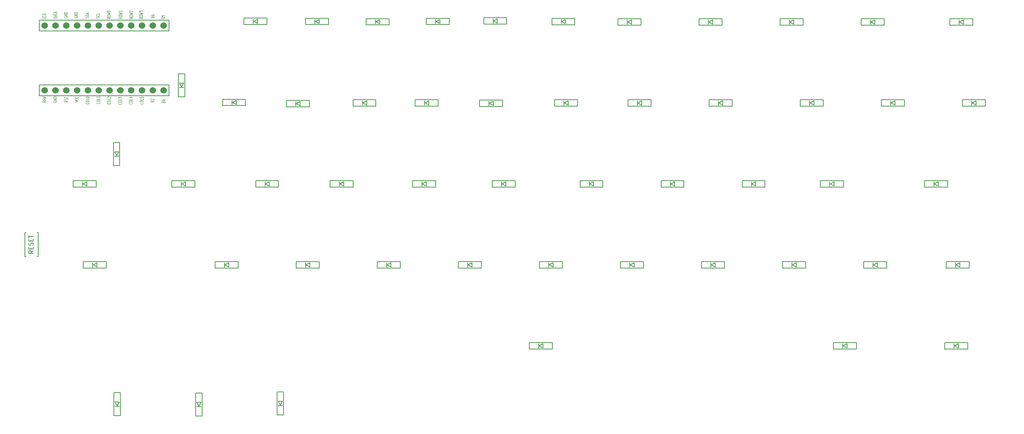
<source format=gbr>
%TF.GenerationSoftware,KiCad,Pcbnew,(7.0.0)*%
%TF.CreationDate,2024-09-06T15:26:17+09:00*%
%TF.ProjectId,rowlow52,726f776c-6f77-4353-922e-6b696361645f,rev?*%
%TF.SameCoordinates,Original*%
%TF.FileFunction,Legend,Top*%
%TF.FilePolarity,Positive*%
%FSLAX46Y46*%
G04 Gerber Fmt 4.6, Leading zero omitted, Abs format (unit mm)*
G04 Created by KiCad (PCBNEW (7.0.0)) date 2024-09-06 15:26:17*
%MOMM*%
%LPD*%
G01*
G04 APERTURE LIST*
%ADD10C,0.150000*%
%ADD11C,0.125000*%
%ADD12C,2.000000*%
%ADD13C,4.000000*%
%ADD14R,1.397000X1.397000*%
%ADD15C,1.397000*%
%ADD16C,1.524000*%
%ADD17C,3.000000*%
%ADD18R,1.300000X0.950000*%
%ADD19R,0.950000X1.300000*%
%ADD20C,3.050000*%
%ADD21C,1.800000*%
G04 APERTURE END LIST*
D10*
%TO.C,SW53*%
X50373680Y-127658581D02*
X49897490Y-127991914D01*
X50373680Y-128230009D02*
X49373680Y-128230009D01*
X49373680Y-128230009D02*
X49373680Y-127849057D01*
X49373680Y-127849057D02*
X49421300Y-127753819D01*
X49421300Y-127753819D02*
X49468919Y-127706200D01*
X49468919Y-127706200D02*
X49564157Y-127658581D01*
X49564157Y-127658581D02*
X49707014Y-127658581D01*
X49707014Y-127658581D02*
X49802252Y-127706200D01*
X49802252Y-127706200D02*
X49849871Y-127753819D01*
X49849871Y-127753819D02*
X49897490Y-127849057D01*
X49897490Y-127849057D02*
X49897490Y-128230009D01*
X49849871Y-127230009D02*
X49849871Y-126896676D01*
X50373680Y-126753819D02*
X50373680Y-127230009D01*
X50373680Y-127230009D02*
X49373680Y-127230009D01*
X49373680Y-127230009D02*
X49373680Y-126753819D01*
X50326061Y-126372866D02*
X50373680Y-126230009D01*
X50373680Y-126230009D02*
X50373680Y-125991914D01*
X50373680Y-125991914D02*
X50326061Y-125896676D01*
X50326061Y-125896676D02*
X50278442Y-125849057D01*
X50278442Y-125849057D02*
X50183204Y-125801438D01*
X50183204Y-125801438D02*
X50087966Y-125801438D01*
X50087966Y-125801438D02*
X49992728Y-125849057D01*
X49992728Y-125849057D02*
X49945109Y-125896676D01*
X49945109Y-125896676D02*
X49897490Y-125991914D01*
X49897490Y-125991914D02*
X49849871Y-126182390D01*
X49849871Y-126182390D02*
X49802252Y-126277628D01*
X49802252Y-126277628D02*
X49754633Y-126325247D01*
X49754633Y-126325247D02*
X49659395Y-126372866D01*
X49659395Y-126372866D02*
X49564157Y-126372866D01*
X49564157Y-126372866D02*
X49468919Y-126325247D01*
X49468919Y-126325247D02*
X49421300Y-126277628D01*
X49421300Y-126277628D02*
X49373680Y-126182390D01*
X49373680Y-126182390D02*
X49373680Y-125944295D01*
X49373680Y-125944295D02*
X49421300Y-125801438D01*
X49849871Y-125372866D02*
X49849871Y-125039533D01*
X50373680Y-124896676D02*
X50373680Y-125372866D01*
X50373680Y-125372866D02*
X49373680Y-125372866D01*
X49373680Y-125372866D02*
X49373680Y-124896676D01*
X49373680Y-124610961D02*
X49373680Y-124039533D01*
X50373680Y-124325247D02*
X49373680Y-124325247D01*
%TO.C,U1*%
D11*
X68543904Y-72730952D02*
X68162952Y-72897618D01*
X68543904Y-73016666D02*
X67743904Y-73016666D01*
X67743904Y-73016666D02*
X67743904Y-72826190D01*
X67743904Y-72826190D02*
X67782000Y-72778571D01*
X67782000Y-72778571D02*
X67820095Y-72754761D01*
X67820095Y-72754761D02*
X67896285Y-72730952D01*
X67896285Y-72730952D02*
X68010571Y-72730952D01*
X68010571Y-72730952D02*
X68086761Y-72754761D01*
X68086761Y-72754761D02*
X68124857Y-72778571D01*
X68124857Y-72778571D02*
X68162952Y-72826190D01*
X68162952Y-72826190D02*
X68162952Y-73016666D01*
X67743904Y-72421428D02*
X67743904Y-72326190D01*
X67743904Y-72326190D02*
X67782000Y-72278571D01*
X67782000Y-72278571D02*
X67858190Y-72230952D01*
X67858190Y-72230952D02*
X68010571Y-72207142D01*
X68010571Y-72207142D02*
X68277238Y-72207142D01*
X68277238Y-72207142D02*
X68429619Y-72230952D01*
X68429619Y-72230952D02*
X68505809Y-72278571D01*
X68505809Y-72278571D02*
X68543904Y-72326190D01*
X68543904Y-72326190D02*
X68543904Y-72421428D01*
X68543904Y-72421428D02*
X68505809Y-72469047D01*
X68505809Y-72469047D02*
X68429619Y-72516666D01*
X68429619Y-72516666D02*
X68277238Y-72540475D01*
X68277238Y-72540475D02*
X68010571Y-72540475D01*
X68010571Y-72540475D02*
X67858190Y-72516666D01*
X67858190Y-72516666D02*
X67782000Y-72469047D01*
X67782000Y-72469047D02*
X67743904Y-72421428D01*
X67743904Y-72040475D02*
X68543904Y-71921427D01*
X68543904Y-71921427D02*
X67972476Y-71826189D01*
X67972476Y-71826189D02*
X68543904Y-71730951D01*
X68543904Y-71730951D02*
X67743904Y-71611904D01*
X67743904Y-71326189D02*
X67743904Y-71278570D01*
X67743904Y-71278570D02*
X67782000Y-71230951D01*
X67782000Y-71230951D02*
X67820095Y-71207141D01*
X67820095Y-71207141D02*
X67896285Y-71183332D01*
X67896285Y-71183332D02*
X68048666Y-71159522D01*
X68048666Y-71159522D02*
X68239142Y-71159522D01*
X68239142Y-71159522D02*
X68391523Y-71183332D01*
X68391523Y-71183332D02*
X68467714Y-71207141D01*
X68467714Y-71207141D02*
X68505809Y-71230951D01*
X68505809Y-71230951D02*
X68543904Y-71278570D01*
X68543904Y-71278570D02*
X68543904Y-71326189D01*
X68543904Y-71326189D02*
X68505809Y-71373808D01*
X68505809Y-71373808D02*
X68467714Y-71397617D01*
X68467714Y-71397617D02*
X68391523Y-71421427D01*
X68391523Y-71421427D02*
X68239142Y-71445236D01*
X68239142Y-71445236D02*
X68048666Y-71445236D01*
X68048666Y-71445236D02*
X67896285Y-71421427D01*
X67896285Y-71421427D02*
X67820095Y-71397617D01*
X67820095Y-71397617D02*
X67782000Y-71373808D01*
X67782000Y-71373808D02*
X67743904Y-71326189D01*
X76206214Y-92836219D02*
X76244309Y-92860028D01*
X76244309Y-92860028D02*
X76282404Y-92931457D01*
X76282404Y-92931457D02*
X76282404Y-92979076D01*
X76282404Y-92979076D02*
X76244309Y-93050504D01*
X76244309Y-93050504D02*
X76168119Y-93098123D01*
X76168119Y-93098123D02*
X76091928Y-93121933D01*
X76091928Y-93121933D02*
X75939547Y-93145742D01*
X75939547Y-93145742D02*
X75825261Y-93145742D01*
X75825261Y-93145742D02*
X75672880Y-93121933D01*
X75672880Y-93121933D02*
X75596690Y-93098123D01*
X75596690Y-93098123D02*
X75520500Y-93050504D01*
X75520500Y-93050504D02*
X75482404Y-92979076D01*
X75482404Y-92979076D02*
X75482404Y-92931457D01*
X75482404Y-92931457D02*
X75520500Y-92860028D01*
X75520500Y-92860028D02*
X75558595Y-92836219D01*
X75482404Y-92526695D02*
X75482404Y-92431457D01*
X75482404Y-92431457D02*
X75520500Y-92383838D01*
X75520500Y-92383838D02*
X75596690Y-92336219D01*
X75596690Y-92336219D02*
X75749071Y-92312409D01*
X75749071Y-92312409D02*
X76015738Y-92312409D01*
X76015738Y-92312409D02*
X76168119Y-92336219D01*
X76168119Y-92336219D02*
X76244309Y-92383838D01*
X76244309Y-92383838D02*
X76282404Y-92431457D01*
X76282404Y-92431457D02*
X76282404Y-92526695D01*
X76282404Y-92526695D02*
X76244309Y-92574314D01*
X76244309Y-92574314D02*
X76168119Y-92621933D01*
X76168119Y-92621933D02*
X76015738Y-92645742D01*
X76015738Y-92645742D02*
X75749071Y-92645742D01*
X75749071Y-92645742D02*
X75596690Y-92621933D01*
X75596690Y-92621933D02*
X75520500Y-92574314D01*
X75520500Y-92574314D02*
X75482404Y-92526695D01*
X76282404Y-91860028D02*
X76282404Y-92098123D01*
X76282404Y-92098123D02*
X75482404Y-92098123D01*
X75482404Y-91455266D02*
X75482404Y-91693361D01*
X75482404Y-91693361D02*
X75863357Y-91717170D01*
X75863357Y-91717170D02*
X75825261Y-91693361D01*
X75825261Y-91693361D02*
X75787166Y-91645742D01*
X75787166Y-91645742D02*
X75787166Y-91526694D01*
X75787166Y-91526694D02*
X75825261Y-91479075D01*
X75825261Y-91479075D02*
X75863357Y-91455266D01*
X75863357Y-91455266D02*
X75939547Y-91431456D01*
X75939547Y-91431456D02*
X76130023Y-91431456D01*
X76130023Y-91431456D02*
X76206214Y-91455266D01*
X76206214Y-91455266D02*
X76244309Y-91479075D01*
X76244309Y-91479075D02*
X76282404Y-91526694D01*
X76282404Y-91526694D02*
X76282404Y-91645742D01*
X76282404Y-91645742D02*
X76244309Y-91693361D01*
X76244309Y-91693361D02*
X76206214Y-91717170D01*
X63430809Y-72882141D02*
X63468904Y-72810713D01*
X63468904Y-72810713D02*
X63468904Y-72691665D01*
X63468904Y-72691665D02*
X63430809Y-72644046D01*
X63430809Y-72644046D02*
X63392714Y-72620237D01*
X63392714Y-72620237D02*
X63316523Y-72596427D01*
X63316523Y-72596427D02*
X63240333Y-72596427D01*
X63240333Y-72596427D02*
X63164142Y-72620237D01*
X63164142Y-72620237D02*
X63126047Y-72644046D01*
X63126047Y-72644046D02*
X63087952Y-72691665D01*
X63087952Y-72691665D02*
X63049857Y-72786903D01*
X63049857Y-72786903D02*
X63011761Y-72834522D01*
X63011761Y-72834522D02*
X62973666Y-72858332D01*
X62973666Y-72858332D02*
X62897476Y-72882141D01*
X62897476Y-72882141D02*
X62821285Y-72882141D01*
X62821285Y-72882141D02*
X62745095Y-72858332D01*
X62745095Y-72858332D02*
X62707000Y-72834522D01*
X62707000Y-72834522D02*
X62668904Y-72786903D01*
X62668904Y-72786903D02*
X62668904Y-72667856D01*
X62668904Y-72667856D02*
X62707000Y-72596427D01*
X63468904Y-72382142D02*
X62668904Y-72382142D01*
X62668904Y-72382142D02*
X62668904Y-72263094D01*
X62668904Y-72263094D02*
X62707000Y-72191666D01*
X62707000Y-72191666D02*
X62783190Y-72144047D01*
X62783190Y-72144047D02*
X62859380Y-72120237D01*
X62859380Y-72120237D02*
X63011761Y-72096428D01*
X63011761Y-72096428D02*
X63126047Y-72096428D01*
X63126047Y-72096428D02*
X63278428Y-72120237D01*
X63278428Y-72120237D02*
X63354619Y-72144047D01*
X63354619Y-72144047D02*
X63430809Y-72191666D01*
X63430809Y-72191666D02*
X63468904Y-72263094D01*
X63468904Y-72263094D02*
X63468904Y-72382142D01*
X63240333Y-71905951D02*
X63240333Y-71667856D01*
X63468904Y-71953570D02*
X62668904Y-71786904D01*
X62668904Y-71786904D02*
X63468904Y-71620237D01*
X71293904Y-72680952D02*
X70912952Y-72847618D01*
X71293904Y-72966666D02*
X70493904Y-72966666D01*
X70493904Y-72966666D02*
X70493904Y-72776190D01*
X70493904Y-72776190D02*
X70532000Y-72728571D01*
X70532000Y-72728571D02*
X70570095Y-72704761D01*
X70570095Y-72704761D02*
X70646285Y-72680952D01*
X70646285Y-72680952D02*
X70760571Y-72680952D01*
X70760571Y-72680952D02*
X70836761Y-72704761D01*
X70836761Y-72704761D02*
X70874857Y-72728571D01*
X70874857Y-72728571D02*
X70912952Y-72776190D01*
X70912952Y-72776190D02*
X70912952Y-72966666D01*
X70493904Y-72371428D02*
X70493904Y-72276190D01*
X70493904Y-72276190D02*
X70532000Y-72228571D01*
X70532000Y-72228571D02*
X70608190Y-72180952D01*
X70608190Y-72180952D02*
X70760571Y-72157142D01*
X70760571Y-72157142D02*
X71027238Y-72157142D01*
X71027238Y-72157142D02*
X71179619Y-72180952D01*
X71179619Y-72180952D02*
X71255809Y-72228571D01*
X71255809Y-72228571D02*
X71293904Y-72276190D01*
X71293904Y-72276190D02*
X71293904Y-72371428D01*
X71293904Y-72371428D02*
X71255809Y-72419047D01*
X71255809Y-72419047D02*
X71179619Y-72466666D01*
X71179619Y-72466666D02*
X71027238Y-72490475D01*
X71027238Y-72490475D02*
X70760571Y-72490475D01*
X70760571Y-72490475D02*
X70608190Y-72466666D01*
X70608190Y-72466666D02*
X70532000Y-72419047D01*
X70532000Y-72419047D02*
X70493904Y-72371428D01*
X70493904Y-71990475D02*
X71293904Y-71871427D01*
X71293904Y-71871427D02*
X70722476Y-71776189D01*
X70722476Y-71776189D02*
X71293904Y-71680951D01*
X71293904Y-71680951D02*
X70493904Y-71561904D01*
X71293904Y-71109522D02*
X71293904Y-71395236D01*
X71293904Y-71252379D02*
X70493904Y-71252379D01*
X70493904Y-71252379D02*
X70608190Y-71299998D01*
X70608190Y-71299998D02*
X70684380Y-71347617D01*
X70684380Y-71347617D02*
X70722476Y-71395236D01*
X57682000Y-72605952D02*
X57643904Y-72653571D01*
X57643904Y-72653571D02*
X57643904Y-72725000D01*
X57643904Y-72725000D02*
X57682000Y-72796428D01*
X57682000Y-72796428D02*
X57758190Y-72844047D01*
X57758190Y-72844047D02*
X57834380Y-72867857D01*
X57834380Y-72867857D02*
X57986761Y-72891666D01*
X57986761Y-72891666D02*
X58101047Y-72891666D01*
X58101047Y-72891666D02*
X58253428Y-72867857D01*
X58253428Y-72867857D02*
X58329619Y-72844047D01*
X58329619Y-72844047D02*
X58405809Y-72796428D01*
X58405809Y-72796428D02*
X58443904Y-72725000D01*
X58443904Y-72725000D02*
X58443904Y-72677381D01*
X58443904Y-72677381D02*
X58405809Y-72605952D01*
X58405809Y-72605952D02*
X58367714Y-72582143D01*
X58367714Y-72582143D02*
X58101047Y-72582143D01*
X58101047Y-72582143D02*
X58101047Y-72677381D01*
X58443904Y-72367857D02*
X57643904Y-72367857D01*
X57643904Y-72367857D02*
X58443904Y-72082143D01*
X58443904Y-72082143D02*
X57643904Y-72082143D01*
X58443904Y-71844047D02*
X57643904Y-71844047D01*
X57643904Y-71844047D02*
X57643904Y-71724999D01*
X57643904Y-71724999D02*
X57682000Y-71653571D01*
X57682000Y-71653571D02*
X57758190Y-71605952D01*
X57758190Y-71605952D02*
X57834380Y-71582142D01*
X57834380Y-71582142D02*
X57986761Y-71558333D01*
X57986761Y-71558333D02*
X58101047Y-71558333D01*
X58101047Y-71558333D02*
X58253428Y-71582142D01*
X58253428Y-71582142D02*
X58329619Y-71605952D01*
X58329619Y-71605952D02*
X58405809Y-71653571D01*
X58405809Y-71653571D02*
X58443904Y-71724999D01*
X58443904Y-71724999D02*
X58443904Y-71844047D01*
X78474857Y-72652380D02*
X78512952Y-72580952D01*
X78512952Y-72580952D02*
X78551047Y-72557142D01*
X78551047Y-72557142D02*
X78627238Y-72533333D01*
X78627238Y-72533333D02*
X78741523Y-72533333D01*
X78741523Y-72533333D02*
X78817714Y-72557142D01*
X78817714Y-72557142D02*
X78855809Y-72580952D01*
X78855809Y-72580952D02*
X78893904Y-72628571D01*
X78893904Y-72628571D02*
X78893904Y-72819047D01*
X78893904Y-72819047D02*
X78093904Y-72819047D01*
X78093904Y-72819047D02*
X78093904Y-72652380D01*
X78093904Y-72652380D02*
X78132000Y-72604761D01*
X78132000Y-72604761D02*
X78170095Y-72580952D01*
X78170095Y-72580952D02*
X78246285Y-72557142D01*
X78246285Y-72557142D02*
X78322476Y-72557142D01*
X78322476Y-72557142D02*
X78398666Y-72580952D01*
X78398666Y-72580952D02*
X78436761Y-72604761D01*
X78436761Y-72604761D02*
X78474857Y-72652380D01*
X78474857Y-72652380D02*
X78474857Y-72819047D01*
X78360571Y-72104761D02*
X78893904Y-72104761D01*
X78055809Y-72223809D02*
X78627238Y-72342856D01*
X78627238Y-72342856D02*
X78627238Y-72033333D01*
X65982714Y-92736219D02*
X66020809Y-92760028D01*
X66020809Y-92760028D02*
X66058904Y-92831457D01*
X66058904Y-92831457D02*
X66058904Y-92879076D01*
X66058904Y-92879076D02*
X66020809Y-92950504D01*
X66020809Y-92950504D02*
X65944619Y-92998123D01*
X65944619Y-92998123D02*
X65868428Y-93021933D01*
X65868428Y-93021933D02*
X65716047Y-93045742D01*
X65716047Y-93045742D02*
X65601761Y-93045742D01*
X65601761Y-93045742D02*
X65449380Y-93021933D01*
X65449380Y-93021933D02*
X65373190Y-92998123D01*
X65373190Y-92998123D02*
X65297000Y-92950504D01*
X65297000Y-92950504D02*
X65258904Y-92879076D01*
X65258904Y-92879076D02*
X65258904Y-92831457D01*
X65258904Y-92831457D02*
X65297000Y-92760028D01*
X65297000Y-92760028D02*
X65335095Y-92736219D01*
X65258904Y-92426695D02*
X65258904Y-92331457D01*
X65258904Y-92331457D02*
X65297000Y-92283838D01*
X65297000Y-92283838D02*
X65373190Y-92236219D01*
X65373190Y-92236219D02*
X65525571Y-92212409D01*
X65525571Y-92212409D02*
X65792238Y-92212409D01*
X65792238Y-92212409D02*
X65944619Y-92236219D01*
X65944619Y-92236219D02*
X66020809Y-92283838D01*
X66020809Y-92283838D02*
X66058904Y-92331457D01*
X66058904Y-92331457D02*
X66058904Y-92426695D01*
X66058904Y-92426695D02*
X66020809Y-92474314D01*
X66020809Y-92474314D02*
X65944619Y-92521933D01*
X65944619Y-92521933D02*
X65792238Y-92545742D01*
X65792238Y-92545742D02*
X65525571Y-92545742D01*
X65525571Y-92545742D02*
X65373190Y-92521933D01*
X65373190Y-92521933D02*
X65297000Y-92474314D01*
X65297000Y-92474314D02*
X65258904Y-92426695D01*
X66058904Y-91760028D02*
X66058904Y-91998123D01*
X66058904Y-91998123D02*
X65258904Y-91998123D01*
X66058904Y-91331456D02*
X66058904Y-91617170D01*
X66058904Y-91474313D02*
X65258904Y-91474313D01*
X65258904Y-91474313D02*
X65373190Y-91521932D01*
X65373190Y-91521932D02*
X65449380Y-91569551D01*
X65449380Y-91569551D02*
X65487476Y-91617170D01*
X80917857Y-92590980D02*
X80955952Y-92519552D01*
X80955952Y-92519552D02*
X80994047Y-92495742D01*
X80994047Y-92495742D02*
X81070238Y-92471933D01*
X81070238Y-92471933D02*
X81184523Y-92471933D01*
X81184523Y-92471933D02*
X81260714Y-92495742D01*
X81260714Y-92495742D02*
X81298809Y-92519552D01*
X81298809Y-92519552D02*
X81336904Y-92567171D01*
X81336904Y-92567171D02*
X81336904Y-92757647D01*
X81336904Y-92757647D02*
X80536904Y-92757647D01*
X80536904Y-92757647D02*
X80536904Y-92590980D01*
X80536904Y-92590980D02*
X80575000Y-92543361D01*
X80575000Y-92543361D02*
X80613095Y-92519552D01*
X80613095Y-92519552D02*
X80689285Y-92495742D01*
X80689285Y-92495742D02*
X80765476Y-92495742D01*
X80765476Y-92495742D02*
X80841666Y-92519552D01*
X80841666Y-92519552D02*
X80879761Y-92543361D01*
X80879761Y-92543361D02*
X80917857Y-92590980D01*
X80917857Y-92590980D02*
X80917857Y-92757647D01*
X80536904Y-92043361D02*
X80536904Y-92138599D01*
X80536904Y-92138599D02*
X80575000Y-92186218D01*
X80575000Y-92186218D02*
X80613095Y-92210028D01*
X80613095Y-92210028D02*
X80727380Y-92257647D01*
X80727380Y-92257647D02*
X80879761Y-92281456D01*
X80879761Y-92281456D02*
X81184523Y-92281456D01*
X81184523Y-92281456D02*
X81260714Y-92257647D01*
X81260714Y-92257647D02*
X81298809Y-92233837D01*
X81298809Y-92233837D02*
X81336904Y-92186218D01*
X81336904Y-92186218D02*
X81336904Y-92090980D01*
X81336904Y-92090980D02*
X81298809Y-92043361D01*
X81298809Y-92043361D02*
X81260714Y-92019552D01*
X81260714Y-92019552D02*
X81184523Y-91995742D01*
X81184523Y-91995742D02*
X80994047Y-91995742D01*
X80994047Y-91995742D02*
X80917857Y-92019552D01*
X80917857Y-92019552D02*
X80879761Y-92043361D01*
X80879761Y-92043361D02*
X80841666Y-92090980D01*
X80841666Y-92090980D02*
X80841666Y-92186218D01*
X80841666Y-92186218D02*
X80879761Y-92233837D01*
X80879761Y-92233837D02*
X80917857Y-92257647D01*
X80917857Y-92257647D02*
X80994047Y-92281456D01*
X53343904Y-72771428D02*
X53343904Y-73009523D01*
X53343904Y-73009523D02*
X52543904Y-73009523D01*
X52924857Y-72604761D02*
X52924857Y-72438094D01*
X53343904Y-72366666D02*
X53343904Y-72604761D01*
X53343904Y-72604761D02*
X52543904Y-72604761D01*
X52543904Y-72604761D02*
X52543904Y-72366666D01*
X53343904Y-72152380D02*
X52543904Y-72152380D01*
X52543904Y-72152380D02*
X52543904Y-72033332D01*
X52543904Y-72033332D02*
X52582000Y-71961904D01*
X52582000Y-71961904D02*
X52658190Y-71914285D01*
X52658190Y-71914285D02*
X52734380Y-71890475D01*
X52734380Y-71890475D02*
X52886761Y-71866666D01*
X52886761Y-71866666D02*
X53001047Y-71866666D01*
X53001047Y-71866666D02*
X53153428Y-71890475D01*
X53153428Y-71890475D02*
X53229619Y-71914285D01*
X53229619Y-71914285D02*
X53305809Y-71961904D01*
X53305809Y-71961904D02*
X53343904Y-72033332D01*
X53343904Y-72033332D02*
X53343904Y-72152380D01*
X60178904Y-92720765D02*
X60978904Y-92554099D01*
X60978904Y-92554099D02*
X60178904Y-92387432D01*
X60902714Y-91935052D02*
X60940809Y-91958861D01*
X60940809Y-91958861D02*
X60978904Y-92030290D01*
X60978904Y-92030290D02*
X60978904Y-92077909D01*
X60978904Y-92077909D02*
X60940809Y-92149337D01*
X60940809Y-92149337D02*
X60864619Y-92196956D01*
X60864619Y-92196956D02*
X60788428Y-92220766D01*
X60788428Y-92220766D02*
X60636047Y-92244575D01*
X60636047Y-92244575D02*
X60521761Y-92244575D01*
X60521761Y-92244575D02*
X60369380Y-92220766D01*
X60369380Y-92220766D02*
X60293190Y-92196956D01*
X60293190Y-92196956D02*
X60217000Y-92149337D01*
X60217000Y-92149337D02*
X60178904Y-92077909D01*
X60178904Y-92077909D02*
X60178904Y-92030290D01*
X60178904Y-92030290D02*
X60217000Y-91958861D01*
X60217000Y-91958861D02*
X60255095Y-91935052D01*
X60902714Y-91435052D02*
X60940809Y-91458861D01*
X60940809Y-91458861D02*
X60978904Y-91530290D01*
X60978904Y-91530290D02*
X60978904Y-91577909D01*
X60978904Y-91577909D02*
X60940809Y-91649337D01*
X60940809Y-91649337D02*
X60864619Y-91696956D01*
X60864619Y-91696956D02*
X60788428Y-91720766D01*
X60788428Y-91720766D02*
X60636047Y-91744575D01*
X60636047Y-91744575D02*
X60521761Y-91744575D01*
X60521761Y-91744575D02*
X60369380Y-91720766D01*
X60369380Y-91720766D02*
X60293190Y-91696956D01*
X60293190Y-91696956D02*
X60217000Y-91649337D01*
X60217000Y-91649337D02*
X60178904Y-91577909D01*
X60178904Y-91577909D02*
X60178904Y-91530290D01*
X60178904Y-91530290D02*
X60217000Y-91458861D01*
X60217000Y-91458861D02*
X60255095Y-91435052D01*
X73768904Y-72730952D02*
X73387952Y-72897618D01*
X73768904Y-73016666D02*
X72968904Y-73016666D01*
X72968904Y-73016666D02*
X72968904Y-72826190D01*
X72968904Y-72826190D02*
X73007000Y-72778571D01*
X73007000Y-72778571D02*
X73045095Y-72754761D01*
X73045095Y-72754761D02*
X73121285Y-72730952D01*
X73121285Y-72730952D02*
X73235571Y-72730952D01*
X73235571Y-72730952D02*
X73311761Y-72754761D01*
X73311761Y-72754761D02*
X73349857Y-72778571D01*
X73349857Y-72778571D02*
X73387952Y-72826190D01*
X73387952Y-72826190D02*
X73387952Y-73016666D01*
X72968904Y-72421428D02*
X72968904Y-72326190D01*
X72968904Y-72326190D02*
X73007000Y-72278571D01*
X73007000Y-72278571D02*
X73083190Y-72230952D01*
X73083190Y-72230952D02*
X73235571Y-72207142D01*
X73235571Y-72207142D02*
X73502238Y-72207142D01*
X73502238Y-72207142D02*
X73654619Y-72230952D01*
X73654619Y-72230952D02*
X73730809Y-72278571D01*
X73730809Y-72278571D02*
X73768904Y-72326190D01*
X73768904Y-72326190D02*
X73768904Y-72421428D01*
X73768904Y-72421428D02*
X73730809Y-72469047D01*
X73730809Y-72469047D02*
X73654619Y-72516666D01*
X73654619Y-72516666D02*
X73502238Y-72540475D01*
X73502238Y-72540475D02*
X73235571Y-72540475D01*
X73235571Y-72540475D02*
X73083190Y-72516666D01*
X73083190Y-72516666D02*
X73007000Y-72469047D01*
X73007000Y-72469047D02*
X72968904Y-72421428D01*
X72968904Y-72040475D02*
X73768904Y-71921427D01*
X73768904Y-71921427D02*
X73197476Y-71826189D01*
X73197476Y-71826189D02*
X73768904Y-71730951D01*
X73768904Y-71730951D02*
X72968904Y-71611904D01*
X73045095Y-71445236D02*
X73007000Y-71421427D01*
X73007000Y-71421427D02*
X72968904Y-71373808D01*
X72968904Y-71373808D02*
X72968904Y-71254760D01*
X72968904Y-71254760D02*
X73007000Y-71207141D01*
X73007000Y-71207141D02*
X73045095Y-71183332D01*
X73045095Y-71183332D02*
X73121285Y-71159522D01*
X73121285Y-71159522D02*
X73197476Y-71159522D01*
X73197476Y-71159522D02*
X73311761Y-71183332D01*
X73311761Y-71183332D02*
X73768904Y-71469046D01*
X73768904Y-71469046D02*
X73768904Y-71159522D01*
X63460714Y-92786219D02*
X63498809Y-92810028D01*
X63498809Y-92810028D02*
X63536904Y-92881457D01*
X63536904Y-92881457D02*
X63536904Y-92929076D01*
X63536904Y-92929076D02*
X63498809Y-93000504D01*
X63498809Y-93000504D02*
X63422619Y-93048123D01*
X63422619Y-93048123D02*
X63346428Y-93071933D01*
X63346428Y-93071933D02*
X63194047Y-93095742D01*
X63194047Y-93095742D02*
X63079761Y-93095742D01*
X63079761Y-93095742D02*
X62927380Y-93071933D01*
X62927380Y-93071933D02*
X62851190Y-93048123D01*
X62851190Y-93048123D02*
X62775000Y-93000504D01*
X62775000Y-93000504D02*
X62736904Y-92929076D01*
X62736904Y-92929076D02*
X62736904Y-92881457D01*
X62736904Y-92881457D02*
X62775000Y-92810028D01*
X62775000Y-92810028D02*
X62813095Y-92786219D01*
X62736904Y-92476695D02*
X62736904Y-92381457D01*
X62736904Y-92381457D02*
X62775000Y-92333838D01*
X62775000Y-92333838D02*
X62851190Y-92286219D01*
X62851190Y-92286219D02*
X63003571Y-92262409D01*
X63003571Y-92262409D02*
X63270238Y-92262409D01*
X63270238Y-92262409D02*
X63422619Y-92286219D01*
X63422619Y-92286219D02*
X63498809Y-92333838D01*
X63498809Y-92333838D02*
X63536904Y-92381457D01*
X63536904Y-92381457D02*
X63536904Y-92476695D01*
X63536904Y-92476695D02*
X63498809Y-92524314D01*
X63498809Y-92524314D02*
X63422619Y-92571933D01*
X63422619Y-92571933D02*
X63270238Y-92595742D01*
X63270238Y-92595742D02*
X63003571Y-92595742D01*
X63003571Y-92595742D02*
X62851190Y-92571933D01*
X62851190Y-92571933D02*
X62775000Y-92524314D01*
X62775000Y-92524314D02*
X62736904Y-92476695D01*
X63536904Y-91810028D02*
X63536904Y-92048123D01*
X63536904Y-92048123D02*
X62736904Y-92048123D01*
X62736904Y-91548123D02*
X62736904Y-91500504D01*
X62736904Y-91500504D02*
X62775000Y-91452885D01*
X62775000Y-91452885D02*
X62813095Y-91429075D01*
X62813095Y-91429075D02*
X62889285Y-91405266D01*
X62889285Y-91405266D02*
X63041666Y-91381456D01*
X63041666Y-91381456D02*
X63232142Y-91381456D01*
X63232142Y-91381456D02*
X63384523Y-91405266D01*
X63384523Y-91405266D02*
X63460714Y-91429075D01*
X63460714Y-91429075D02*
X63498809Y-91452885D01*
X63498809Y-91452885D02*
X63536904Y-91500504D01*
X63536904Y-91500504D02*
X63536904Y-91548123D01*
X63536904Y-91548123D02*
X63498809Y-91595742D01*
X63498809Y-91595742D02*
X63460714Y-91619551D01*
X63460714Y-91619551D02*
X63384523Y-91643361D01*
X63384523Y-91643361D02*
X63232142Y-91667170D01*
X63232142Y-91667170D02*
X63041666Y-91667170D01*
X63041666Y-91667170D02*
X62889285Y-91643361D01*
X62889285Y-91643361D02*
X62813095Y-91619551D01*
X62813095Y-91619551D02*
X62775000Y-91595742D01*
X62775000Y-91595742D02*
X62736904Y-91548123D01*
X78367857Y-92490980D02*
X78405952Y-92419552D01*
X78405952Y-92419552D02*
X78444047Y-92395742D01*
X78444047Y-92395742D02*
X78520238Y-92371933D01*
X78520238Y-92371933D02*
X78634523Y-92371933D01*
X78634523Y-92371933D02*
X78710714Y-92395742D01*
X78710714Y-92395742D02*
X78748809Y-92419552D01*
X78748809Y-92419552D02*
X78786904Y-92467171D01*
X78786904Y-92467171D02*
X78786904Y-92657647D01*
X78786904Y-92657647D02*
X77986904Y-92657647D01*
X77986904Y-92657647D02*
X77986904Y-92490980D01*
X77986904Y-92490980D02*
X78025000Y-92443361D01*
X78025000Y-92443361D02*
X78063095Y-92419552D01*
X78063095Y-92419552D02*
X78139285Y-92395742D01*
X78139285Y-92395742D02*
X78215476Y-92395742D01*
X78215476Y-92395742D02*
X78291666Y-92419552D01*
X78291666Y-92419552D02*
X78329761Y-92443361D01*
X78329761Y-92443361D02*
X78367857Y-92490980D01*
X78367857Y-92490980D02*
X78367857Y-92657647D01*
X78063095Y-92181456D02*
X78025000Y-92157647D01*
X78025000Y-92157647D02*
X77986904Y-92110028D01*
X77986904Y-92110028D02*
X77986904Y-91990980D01*
X77986904Y-91990980D02*
X78025000Y-91943361D01*
X78025000Y-91943361D02*
X78063095Y-91919552D01*
X78063095Y-91919552D02*
X78139285Y-91895742D01*
X78139285Y-91895742D02*
X78215476Y-91895742D01*
X78215476Y-91895742D02*
X78329761Y-91919552D01*
X78329761Y-91919552D02*
X78786904Y-92205266D01*
X78786904Y-92205266D02*
X78786904Y-91895742D01*
X76118904Y-72730952D02*
X75737952Y-72897618D01*
X76118904Y-73016666D02*
X75318904Y-73016666D01*
X75318904Y-73016666D02*
X75318904Y-72826190D01*
X75318904Y-72826190D02*
X75357000Y-72778571D01*
X75357000Y-72778571D02*
X75395095Y-72754761D01*
X75395095Y-72754761D02*
X75471285Y-72730952D01*
X75471285Y-72730952D02*
X75585571Y-72730952D01*
X75585571Y-72730952D02*
X75661761Y-72754761D01*
X75661761Y-72754761D02*
X75699857Y-72778571D01*
X75699857Y-72778571D02*
X75737952Y-72826190D01*
X75737952Y-72826190D02*
X75737952Y-73016666D01*
X75318904Y-72421428D02*
X75318904Y-72326190D01*
X75318904Y-72326190D02*
X75357000Y-72278571D01*
X75357000Y-72278571D02*
X75433190Y-72230952D01*
X75433190Y-72230952D02*
X75585571Y-72207142D01*
X75585571Y-72207142D02*
X75852238Y-72207142D01*
X75852238Y-72207142D02*
X76004619Y-72230952D01*
X76004619Y-72230952D02*
X76080809Y-72278571D01*
X76080809Y-72278571D02*
X76118904Y-72326190D01*
X76118904Y-72326190D02*
X76118904Y-72421428D01*
X76118904Y-72421428D02*
X76080809Y-72469047D01*
X76080809Y-72469047D02*
X76004619Y-72516666D01*
X76004619Y-72516666D02*
X75852238Y-72540475D01*
X75852238Y-72540475D02*
X75585571Y-72540475D01*
X75585571Y-72540475D02*
X75433190Y-72516666D01*
X75433190Y-72516666D02*
X75357000Y-72469047D01*
X75357000Y-72469047D02*
X75318904Y-72421428D01*
X75318904Y-72040475D02*
X76118904Y-71921427D01*
X76118904Y-71921427D02*
X75547476Y-71826189D01*
X75547476Y-71826189D02*
X76118904Y-71730951D01*
X76118904Y-71730951D02*
X75318904Y-71611904D01*
X75318904Y-71469046D02*
X75318904Y-71159522D01*
X75318904Y-71159522D02*
X75623666Y-71326189D01*
X75623666Y-71326189D02*
X75623666Y-71254760D01*
X75623666Y-71254760D02*
X75661761Y-71207141D01*
X75661761Y-71207141D02*
X75699857Y-71183332D01*
X75699857Y-71183332D02*
X75776047Y-71159522D01*
X75776047Y-71159522D02*
X75966523Y-71159522D01*
X75966523Y-71159522D02*
X76042714Y-71183332D01*
X76042714Y-71183332D02*
X76080809Y-71207141D01*
X76080809Y-71207141D02*
X76118904Y-71254760D01*
X76118904Y-71254760D02*
X76118904Y-71397617D01*
X76118904Y-71397617D02*
X76080809Y-71445236D01*
X76080809Y-71445236D02*
X76042714Y-71469046D01*
X53358904Y-92399338D02*
X52977952Y-92566004D01*
X53358904Y-92685052D02*
X52558904Y-92685052D01*
X52558904Y-92685052D02*
X52558904Y-92494576D01*
X52558904Y-92494576D02*
X52597000Y-92446957D01*
X52597000Y-92446957D02*
X52635095Y-92423147D01*
X52635095Y-92423147D02*
X52711285Y-92399338D01*
X52711285Y-92399338D02*
X52825571Y-92399338D01*
X52825571Y-92399338D02*
X52901761Y-92423147D01*
X52901761Y-92423147D02*
X52939857Y-92446957D01*
X52939857Y-92446957D02*
X52977952Y-92494576D01*
X52977952Y-92494576D02*
X52977952Y-92685052D01*
X53130333Y-92208861D02*
X53130333Y-91970766D01*
X53358904Y-92256480D02*
X52558904Y-92089814D01*
X52558904Y-92089814D02*
X53358904Y-91923147D01*
X52558904Y-91804100D02*
X53358904Y-91685052D01*
X53358904Y-91685052D02*
X52787476Y-91589814D01*
X52787476Y-91589814D02*
X53358904Y-91494576D01*
X53358904Y-91494576D02*
X52558904Y-91375529D01*
X65930809Y-72920237D02*
X65968904Y-72848809D01*
X65968904Y-72848809D02*
X65968904Y-72729761D01*
X65968904Y-72729761D02*
X65930809Y-72682142D01*
X65930809Y-72682142D02*
X65892714Y-72658333D01*
X65892714Y-72658333D02*
X65816523Y-72634523D01*
X65816523Y-72634523D02*
X65740333Y-72634523D01*
X65740333Y-72634523D02*
X65664142Y-72658333D01*
X65664142Y-72658333D02*
X65626047Y-72682142D01*
X65626047Y-72682142D02*
X65587952Y-72729761D01*
X65587952Y-72729761D02*
X65549857Y-72824999D01*
X65549857Y-72824999D02*
X65511761Y-72872618D01*
X65511761Y-72872618D02*
X65473666Y-72896428D01*
X65473666Y-72896428D02*
X65397476Y-72920237D01*
X65397476Y-72920237D02*
X65321285Y-72920237D01*
X65321285Y-72920237D02*
X65245095Y-72896428D01*
X65245095Y-72896428D02*
X65207000Y-72872618D01*
X65207000Y-72872618D02*
X65168904Y-72824999D01*
X65168904Y-72824999D02*
X65168904Y-72705952D01*
X65168904Y-72705952D02*
X65207000Y-72634523D01*
X65892714Y-72134524D02*
X65930809Y-72158333D01*
X65930809Y-72158333D02*
X65968904Y-72229762D01*
X65968904Y-72229762D02*
X65968904Y-72277381D01*
X65968904Y-72277381D02*
X65930809Y-72348809D01*
X65930809Y-72348809D02*
X65854619Y-72396428D01*
X65854619Y-72396428D02*
X65778428Y-72420238D01*
X65778428Y-72420238D02*
X65626047Y-72444047D01*
X65626047Y-72444047D02*
X65511761Y-72444047D01*
X65511761Y-72444047D02*
X65359380Y-72420238D01*
X65359380Y-72420238D02*
X65283190Y-72396428D01*
X65283190Y-72396428D02*
X65207000Y-72348809D01*
X65207000Y-72348809D02*
X65168904Y-72277381D01*
X65168904Y-72277381D02*
X65168904Y-72229762D01*
X65168904Y-72229762D02*
X65207000Y-72158333D01*
X65207000Y-72158333D02*
X65245095Y-72134524D01*
X65968904Y-71682143D02*
X65968904Y-71920238D01*
X65968904Y-71920238D02*
X65168904Y-71920238D01*
X71110714Y-92886219D02*
X71148809Y-92910028D01*
X71148809Y-92910028D02*
X71186904Y-92981457D01*
X71186904Y-92981457D02*
X71186904Y-93029076D01*
X71186904Y-93029076D02*
X71148809Y-93100504D01*
X71148809Y-93100504D02*
X71072619Y-93148123D01*
X71072619Y-93148123D02*
X70996428Y-93171933D01*
X70996428Y-93171933D02*
X70844047Y-93195742D01*
X70844047Y-93195742D02*
X70729761Y-93195742D01*
X70729761Y-93195742D02*
X70577380Y-93171933D01*
X70577380Y-93171933D02*
X70501190Y-93148123D01*
X70501190Y-93148123D02*
X70425000Y-93100504D01*
X70425000Y-93100504D02*
X70386904Y-93029076D01*
X70386904Y-93029076D02*
X70386904Y-92981457D01*
X70386904Y-92981457D02*
X70425000Y-92910028D01*
X70425000Y-92910028D02*
X70463095Y-92886219D01*
X70386904Y-92576695D02*
X70386904Y-92481457D01*
X70386904Y-92481457D02*
X70425000Y-92433838D01*
X70425000Y-92433838D02*
X70501190Y-92386219D01*
X70501190Y-92386219D02*
X70653571Y-92362409D01*
X70653571Y-92362409D02*
X70920238Y-92362409D01*
X70920238Y-92362409D02*
X71072619Y-92386219D01*
X71072619Y-92386219D02*
X71148809Y-92433838D01*
X71148809Y-92433838D02*
X71186904Y-92481457D01*
X71186904Y-92481457D02*
X71186904Y-92576695D01*
X71186904Y-92576695D02*
X71148809Y-92624314D01*
X71148809Y-92624314D02*
X71072619Y-92671933D01*
X71072619Y-92671933D02*
X70920238Y-92695742D01*
X70920238Y-92695742D02*
X70653571Y-92695742D01*
X70653571Y-92695742D02*
X70501190Y-92671933D01*
X70501190Y-92671933D02*
X70425000Y-92624314D01*
X70425000Y-92624314D02*
X70386904Y-92576695D01*
X71186904Y-91910028D02*
X71186904Y-92148123D01*
X71186904Y-92148123D02*
X70386904Y-92148123D01*
X70386904Y-91790980D02*
X70386904Y-91481456D01*
X70386904Y-91481456D02*
X70691666Y-91648123D01*
X70691666Y-91648123D02*
X70691666Y-91576694D01*
X70691666Y-91576694D02*
X70729761Y-91529075D01*
X70729761Y-91529075D02*
X70767857Y-91505266D01*
X70767857Y-91505266D02*
X70844047Y-91481456D01*
X70844047Y-91481456D02*
X71034523Y-91481456D01*
X71034523Y-91481456D02*
X71110714Y-91505266D01*
X71110714Y-91505266D02*
X71148809Y-91529075D01*
X71148809Y-91529075D02*
X71186904Y-91576694D01*
X71186904Y-91576694D02*
X71186904Y-91719551D01*
X71186904Y-91719551D02*
X71148809Y-91767170D01*
X71148809Y-91767170D02*
X71110714Y-91790980D01*
X55968904Y-72924999D02*
X55168904Y-72924999D01*
X55168904Y-72924999D02*
X55168904Y-72805951D01*
X55168904Y-72805951D02*
X55207000Y-72734523D01*
X55207000Y-72734523D02*
X55283190Y-72686904D01*
X55283190Y-72686904D02*
X55359380Y-72663094D01*
X55359380Y-72663094D02*
X55511761Y-72639285D01*
X55511761Y-72639285D02*
X55626047Y-72639285D01*
X55626047Y-72639285D02*
X55778428Y-72663094D01*
X55778428Y-72663094D02*
X55854619Y-72686904D01*
X55854619Y-72686904D02*
X55930809Y-72734523D01*
X55930809Y-72734523D02*
X55968904Y-72805951D01*
X55968904Y-72805951D02*
X55968904Y-72924999D01*
X55740333Y-72448808D02*
X55740333Y-72210713D01*
X55968904Y-72496427D02*
X55168904Y-72329761D01*
X55168904Y-72329761D02*
X55968904Y-72163094D01*
X55168904Y-72067856D02*
X55168904Y-71782142D01*
X55968904Y-71924999D02*
X55168904Y-71924999D01*
X55740333Y-71639285D02*
X55740333Y-71401190D01*
X55968904Y-71686904D02*
X55168904Y-71520238D01*
X55168904Y-71520238D02*
X55968904Y-71353571D01*
X73610714Y-92836219D02*
X73648809Y-92860028D01*
X73648809Y-92860028D02*
X73686904Y-92931457D01*
X73686904Y-92931457D02*
X73686904Y-92979076D01*
X73686904Y-92979076D02*
X73648809Y-93050504D01*
X73648809Y-93050504D02*
X73572619Y-93098123D01*
X73572619Y-93098123D02*
X73496428Y-93121933D01*
X73496428Y-93121933D02*
X73344047Y-93145742D01*
X73344047Y-93145742D02*
X73229761Y-93145742D01*
X73229761Y-93145742D02*
X73077380Y-93121933D01*
X73077380Y-93121933D02*
X73001190Y-93098123D01*
X73001190Y-93098123D02*
X72925000Y-93050504D01*
X72925000Y-93050504D02*
X72886904Y-92979076D01*
X72886904Y-92979076D02*
X72886904Y-92931457D01*
X72886904Y-92931457D02*
X72925000Y-92860028D01*
X72925000Y-92860028D02*
X72963095Y-92836219D01*
X72886904Y-92526695D02*
X72886904Y-92431457D01*
X72886904Y-92431457D02*
X72925000Y-92383838D01*
X72925000Y-92383838D02*
X73001190Y-92336219D01*
X73001190Y-92336219D02*
X73153571Y-92312409D01*
X73153571Y-92312409D02*
X73420238Y-92312409D01*
X73420238Y-92312409D02*
X73572619Y-92336219D01*
X73572619Y-92336219D02*
X73648809Y-92383838D01*
X73648809Y-92383838D02*
X73686904Y-92431457D01*
X73686904Y-92431457D02*
X73686904Y-92526695D01*
X73686904Y-92526695D02*
X73648809Y-92574314D01*
X73648809Y-92574314D02*
X73572619Y-92621933D01*
X73572619Y-92621933D02*
X73420238Y-92645742D01*
X73420238Y-92645742D02*
X73153571Y-92645742D01*
X73153571Y-92645742D02*
X73001190Y-92621933D01*
X73001190Y-92621933D02*
X72925000Y-92574314D01*
X72925000Y-92574314D02*
X72886904Y-92526695D01*
X73686904Y-91860028D02*
X73686904Y-92098123D01*
X73686904Y-92098123D02*
X72886904Y-92098123D01*
X73153571Y-91479075D02*
X73686904Y-91479075D01*
X72848809Y-91598123D02*
X73420238Y-91717170D01*
X73420238Y-91717170D02*
X73420238Y-91407647D01*
X55137000Y-92435052D02*
X55098904Y-92482671D01*
X55098904Y-92482671D02*
X55098904Y-92554100D01*
X55098904Y-92554100D02*
X55137000Y-92625528D01*
X55137000Y-92625528D02*
X55213190Y-92673147D01*
X55213190Y-92673147D02*
X55289380Y-92696957D01*
X55289380Y-92696957D02*
X55441761Y-92720766D01*
X55441761Y-92720766D02*
X55556047Y-92720766D01*
X55556047Y-92720766D02*
X55708428Y-92696957D01*
X55708428Y-92696957D02*
X55784619Y-92673147D01*
X55784619Y-92673147D02*
X55860809Y-92625528D01*
X55860809Y-92625528D02*
X55898904Y-92554100D01*
X55898904Y-92554100D02*
X55898904Y-92506481D01*
X55898904Y-92506481D02*
X55860809Y-92435052D01*
X55860809Y-92435052D02*
X55822714Y-92411243D01*
X55822714Y-92411243D02*
X55556047Y-92411243D01*
X55556047Y-92411243D02*
X55556047Y-92506481D01*
X55898904Y-92196957D02*
X55098904Y-92196957D01*
X55098904Y-92196957D02*
X55898904Y-91911243D01*
X55898904Y-91911243D02*
X55098904Y-91911243D01*
X55898904Y-91673147D02*
X55098904Y-91673147D01*
X55098904Y-91673147D02*
X55098904Y-91554099D01*
X55098904Y-91554099D02*
X55137000Y-91482671D01*
X55137000Y-91482671D02*
X55213190Y-91435052D01*
X55213190Y-91435052D02*
X55289380Y-91411242D01*
X55289380Y-91411242D02*
X55441761Y-91387433D01*
X55441761Y-91387433D02*
X55556047Y-91387433D01*
X55556047Y-91387433D02*
X55708428Y-91411242D01*
X55708428Y-91411242D02*
X55784619Y-91435052D01*
X55784619Y-91435052D02*
X55860809Y-91482671D01*
X55860809Y-91482671D02*
X55898904Y-91554099D01*
X55898904Y-91554099D02*
X55898904Y-91673147D01*
X68522714Y-92786219D02*
X68560809Y-92810028D01*
X68560809Y-92810028D02*
X68598904Y-92881457D01*
X68598904Y-92881457D02*
X68598904Y-92929076D01*
X68598904Y-92929076D02*
X68560809Y-93000504D01*
X68560809Y-93000504D02*
X68484619Y-93048123D01*
X68484619Y-93048123D02*
X68408428Y-93071933D01*
X68408428Y-93071933D02*
X68256047Y-93095742D01*
X68256047Y-93095742D02*
X68141761Y-93095742D01*
X68141761Y-93095742D02*
X67989380Y-93071933D01*
X67989380Y-93071933D02*
X67913190Y-93048123D01*
X67913190Y-93048123D02*
X67837000Y-93000504D01*
X67837000Y-93000504D02*
X67798904Y-92929076D01*
X67798904Y-92929076D02*
X67798904Y-92881457D01*
X67798904Y-92881457D02*
X67837000Y-92810028D01*
X67837000Y-92810028D02*
X67875095Y-92786219D01*
X67798904Y-92476695D02*
X67798904Y-92381457D01*
X67798904Y-92381457D02*
X67837000Y-92333838D01*
X67837000Y-92333838D02*
X67913190Y-92286219D01*
X67913190Y-92286219D02*
X68065571Y-92262409D01*
X68065571Y-92262409D02*
X68332238Y-92262409D01*
X68332238Y-92262409D02*
X68484619Y-92286219D01*
X68484619Y-92286219D02*
X68560809Y-92333838D01*
X68560809Y-92333838D02*
X68598904Y-92381457D01*
X68598904Y-92381457D02*
X68598904Y-92476695D01*
X68598904Y-92476695D02*
X68560809Y-92524314D01*
X68560809Y-92524314D02*
X68484619Y-92571933D01*
X68484619Y-92571933D02*
X68332238Y-92595742D01*
X68332238Y-92595742D02*
X68065571Y-92595742D01*
X68065571Y-92595742D02*
X67913190Y-92571933D01*
X67913190Y-92571933D02*
X67837000Y-92524314D01*
X67837000Y-92524314D02*
X67798904Y-92476695D01*
X68598904Y-91810028D02*
X68598904Y-92048123D01*
X68598904Y-92048123D02*
X67798904Y-92048123D01*
X67875095Y-91667170D02*
X67837000Y-91643361D01*
X67837000Y-91643361D02*
X67798904Y-91595742D01*
X67798904Y-91595742D02*
X67798904Y-91476694D01*
X67798904Y-91476694D02*
X67837000Y-91429075D01*
X67837000Y-91429075D02*
X67875095Y-91405266D01*
X67875095Y-91405266D02*
X67951285Y-91381456D01*
X67951285Y-91381456D02*
X68027476Y-91381456D01*
X68027476Y-91381456D02*
X68141761Y-91405266D01*
X68141761Y-91405266D02*
X68598904Y-91690980D01*
X68598904Y-91690980D02*
X68598904Y-91381456D01*
X60082000Y-72555952D02*
X60043904Y-72603571D01*
X60043904Y-72603571D02*
X60043904Y-72675000D01*
X60043904Y-72675000D02*
X60082000Y-72746428D01*
X60082000Y-72746428D02*
X60158190Y-72794047D01*
X60158190Y-72794047D02*
X60234380Y-72817857D01*
X60234380Y-72817857D02*
X60386761Y-72841666D01*
X60386761Y-72841666D02*
X60501047Y-72841666D01*
X60501047Y-72841666D02*
X60653428Y-72817857D01*
X60653428Y-72817857D02*
X60729619Y-72794047D01*
X60729619Y-72794047D02*
X60805809Y-72746428D01*
X60805809Y-72746428D02*
X60843904Y-72675000D01*
X60843904Y-72675000D02*
X60843904Y-72627381D01*
X60843904Y-72627381D02*
X60805809Y-72555952D01*
X60805809Y-72555952D02*
X60767714Y-72532143D01*
X60767714Y-72532143D02*
X60501047Y-72532143D01*
X60501047Y-72532143D02*
X60501047Y-72627381D01*
X60843904Y-72317857D02*
X60043904Y-72317857D01*
X60043904Y-72317857D02*
X60843904Y-72032143D01*
X60843904Y-72032143D02*
X60043904Y-72032143D01*
X60843904Y-71794047D02*
X60043904Y-71794047D01*
X60043904Y-71794047D02*
X60043904Y-71674999D01*
X60043904Y-71674999D02*
X60082000Y-71603571D01*
X60082000Y-71603571D02*
X60158190Y-71555952D01*
X60158190Y-71555952D02*
X60234380Y-71532142D01*
X60234380Y-71532142D02*
X60386761Y-71508333D01*
X60386761Y-71508333D02*
X60501047Y-71508333D01*
X60501047Y-71508333D02*
X60653428Y-71532142D01*
X60653428Y-71532142D02*
X60729619Y-71555952D01*
X60729619Y-71555952D02*
X60805809Y-71603571D01*
X60805809Y-71603571D02*
X60843904Y-71674999D01*
X60843904Y-71674999D02*
X60843904Y-71794047D01*
X58502404Y-92327909D02*
X58121452Y-92494575D01*
X58502404Y-92613623D02*
X57702404Y-92613623D01*
X57702404Y-92613623D02*
X57702404Y-92423147D01*
X57702404Y-92423147D02*
X57740500Y-92375528D01*
X57740500Y-92375528D02*
X57778595Y-92351718D01*
X57778595Y-92351718D02*
X57854785Y-92327909D01*
X57854785Y-92327909D02*
X57969071Y-92327909D01*
X57969071Y-92327909D02*
X58045261Y-92351718D01*
X58045261Y-92351718D02*
X58083357Y-92375528D01*
X58083357Y-92375528D02*
X58121452Y-92423147D01*
X58121452Y-92423147D02*
X58121452Y-92613623D01*
X58464309Y-92137432D02*
X58502404Y-92066004D01*
X58502404Y-92066004D02*
X58502404Y-91946956D01*
X58502404Y-91946956D02*
X58464309Y-91899337D01*
X58464309Y-91899337D02*
X58426214Y-91875528D01*
X58426214Y-91875528D02*
X58350023Y-91851718D01*
X58350023Y-91851718D02*
X58273833Y-91851718D01*
X58273833Y-91851718D02*
X58197642Y-91875528D01*
X58197642Y-91875528D02*
X58159547Y-91899337D01*
X58159547Y-91899337D02*
X58121452Y-91946956D01*
X58121452Y-91946956D02*
X58083357Y-92042194D01*
X58083357Y-92042194D02*
X58045261Y-92089813D01*
X58045261Y-92089813D02*
X58007166Y-92113623D01*
X58007166Y-92113623D02*
X57930976Y-92137432D01*
X57930976Y-92137432D02*
X57854785Y-92137432D01*
X57854785Y-92137432D02*
X57778595Y-92113623D01*
X57778595Y-92113623D02*
X57740500Y-92089813D01*
X57740500Y-92089813D02*
X57702404Y-92042194D01*
X57702404Y-92042194D02*
X57702404Y-91923147D01*
X57702404Y-91923147D02*
X57740500Y-91851718D01*
X57702404Y-91708861D02*
X57702404Y-91423147D01*
X58502404Y-91566004D02*
X57702404Y-91566004D01*
X80899857Y-72827380D02*
X80937952Y-72755952D01*
X80937952Y-72755952D02*
X80976047Y-72732142D01*
X80976047Y-72732142D02*
X81052238Y-72708333D01*
X81052238Y-72708333D02*
X81166523Y-72708333D01*
X81166523Y-72708333D02*
X81242714Y-72732142D01*
X81242714Y-72732142D02*
X81280809Y-72755952D01*
X81280809Y-72755952D02*
X81318904Y-72803571D01*
X81318904Y-72803571D02*
X81318904Y-72994047D01*
X81318904Y-72994047D02*
X80518904Y-72994047D01*
X80518904Y-72994047D02*
X80518904Y-72827380D01*
X80518904Y-72827380D02*
X80557000Y-72779761D01*
X80557000Y-72779761D02*
X80595095Y-72755952D01*
X80595095Y-72755952D02*
X80671285Y-72732142D01*
X80671285Y-72732142D02*
X80747476Y-72732142D01*
X80747476Y-72732142D02*
X80823666Y-72755952D01*
X80823666Y-72755952D02*
X80861761Y-72779761D01*
X80861761Y-72779761D02*
X80899857Y-72827380D01*
X80899857Y-72827380D02*
X80899857Y-72994047D01*
X80518904Y-72255952D02*
X80518904Y-72494047D01*
X80518904Y-72494047D02*
X80899857Y-72517856D01*
X80899857Y-72517856D02*
X80861761Y-72494047D01*
X80861761Y-72494047D02*
X80823666Y-72446428D01*
X80823666Y-72446428D02*
X80823666Y-72327380D01*
X80823666Y-72327380D02*
X80861761Y-72279761D01*
X80861761Y-72279761D02*
X80899857Y-72255952D01*
X80899857Y-72255952D02*
X80976047Y-72232142D01*
X80976047Y-72232142D02*
X81166523Y-72232142D01*
X81166523Y-72232142D02*
X81242714Y-72255952D01*
X81242714Y-72255952D02*
X81280809Y-72279761D01*
X81280809Y-72279761D02*
X81318904Y-72327380D01*
X81318904Y-72327380D02*
X81318904Y-72446428D01*
X81318904Y-72446428D02*
X81280809Y-72494047D01*
X81280809Y-72494047D02*
X81242714Y-72517856D01*
D10*
%TO.C,D29*%
X139568800Y-111168700D02*
X139568800Y-112668700D01*
X139568800Y-112668700D02*
X144968800Y-112668700D01*
X141768800Y-111418700D02*
X141768800Y-112418700D01*
X141868800Y-111918700D02*
X142768800Y-111418700D01*
X142768800Y-111418700D02*
X142768800Y-112418700D01*
X142768800Y-112418700D02*
X141868800Y-111918700D01*
X144968800Y-111168700D02*
X139568800Y-111168700D01*
X144968800Y-112668700D02*
X144968800Y-111168700D01*
%TO.C,D3*%
X114400000Y-72950000D02*
X114400000Y-74450000D01*
X114400000Y-74450000D02*
X119800000Y-74450000D01*
X116600000Y-73200000D02*
X116600000Y-74200000D01*
X116700000Y-73700000D02*
X117600000Y-73200000D01*
X117600000Y-73200000D02*
X117600000Y-74200000D01*
X117600000Y-74200000D02*
X116700000Y-73700000D01*
X119800000Y-72950000D02*
X114400000Y-72950000D01*
X119800000Y-74450000D02*
X119800000Y-72950000D01*
%TO.C,D39*%
X131256300Y-130218700D02*
X131256300Y-131718700D01*
X131256300Y-131718700D02*
X136656300Y-131718700D01*
X133456300Y-130468700D02*
X133456300Y-131468700D01*
X133556300Y-130968700D02*
X134456300Y-130468700D01*
X134456300Y-130468700D02*
X134456300Y-131468700D01*
X134456300Y-131468700D02*
X133556300Y-130968700D01*
X136656300Y-130218700D02*
X131256300Y-130218700D01*
X136656300Y-131718700D02*
X136656300Y-130218700D01*
%TO.C,D33*%
X216981300Y-111168700D02*
X216981300Y-112668700D01*
X216981300Y-112668700D02*
X222381300Y-112668700D01*
X219181300Y-111418700D02*
X219181300Y-112418700D01*
X219281300Y-111918700D02*
X220181300Y-111418700D01*
X220181300Y-111418700D02*
X220181300Y-112418700D01*
X220181300Y-112418700D02*
X219281300Y-111918700D01*
X222381300Y-111168700D02*
X216981300Y-111168700D01*
X222381300Y-112668700D02*
X222381300Y-111168700D01*
%TO.C,D6*%
X156275000Y-72800000D02*
X156275000Y-74300000D01*
X156275000Y-74300000D02*
X161675000Y-74300000D01*
X158475000Y-73050000D02*
X158475000Y-74050000D01*
X158575000Y-73550000D02*
X159475000Y-73050000D01*
X159475000Y-73050000D02*
X159475000Y-74050000D01*
X159475000Y-74050000D02*
X158575000Y-73550000D01*
X161675000Y-72800000D02*
X156275000Y-72800000D01*
X161675000Y-74300000D02*
X161675000Y-72800000D01*
%TO.C,D20*%
X190181300Y-92118700D02*
X190181300Y-93618700D01*
X190181300Y-93618700D02*
X195581300Y-93618700D01*
X192381300Y-92368700D02*
X192381300Y-93368700D01*
X192481300Y-92868700D02*
X193381300Y-92368700D01*
X193381300Y-92368700D02*
X193381300Y-93368700D01*
X193381300Y-93368700D02*
X192481300Y-92868700D01*
X195581300Y-92118700D02*
X190181300Y-92118700D01*
X195581300Y-93618700D02*
X195581300Y-92118700D01*
%TO.C,D9*%
X206850000Y-73068700D02*
X206850000Y-74568700D01*
X206850000Y-74568700D02*
X212250000Y-74568700D01*
X209050000Y-73318700D02*
X209050000Y-74318700D01*
X209150000Y-73818700D02*
X210050000Y-73318700D01*
X210050000Y-73318700D02*
X210050000Y-74318700D01*
X210050000Y-74318700D02*
X209150000Y-73818700D01*
X212250000Y-73068700D02*
X206850000Y-73068700D01*
X212250000Y-74568700D02*
X212250000Y-73068700D01*
%TO.C,D52*%
X264606300Y-149268700D02*
X264606300Y-150768700D01*
X264606300Y-150768700D02*
X270006300Y-150768700D01*
X266806300Y-149518700D02*
X266806300Y-150518700D01*
X266906300Y-150018700D02*
X267806300Y-149518700D01*
X267806300Y-149518700D02*
X267806300Y-150518700D01*
X267806300Y-150518700D02*
X266906300Y-150018700D01*
X270006300Y-149268700D02*
X264606300Y-149268700D01*
X270006300Y-150768700D02*
X270006300Y-149268700D01*
%TO.C,D18*%
X155300000Y-92200000D02*
X155300000Y-93700000D01*
X155300000Y-93700000D02*
X160700000Y-93700000D01*
X157500000Y-92450000D02*
X157500000Y-93450000D01*
X157600000Y-92950000D02*
X158500000Y-92450000D01*
X158500000Y-92450000D02*
X158500000Y-93450000D01*
X158500000Y-93450000D02*
X157600000Y-92950000D01*
X160700000Y-92200000D02*
X155300000Y-92200000D01*
X160700000Y-93700000D02*
X160700000Y-92200000D01*
%TO.C,D48*%
X88575000Y-166525000D02*
X90075000Y-166525000D01*
X90075000Y-166525000D02*
X90075000Y-161125000D01*
X88825000Y-164325000D02*
X89825000Y-164325000D01*
X89325000Y-164225000D02*
X88825000Y-163325000D01*
X88825000Y-163325000D02*
X89825000Y-163325000D01*
X89825000Y-163325000D02*
X89325000Y-164225000D01*
X88575000Y-161125000D02*
X88575000Y-166525000D01*
X90075000Y-161125000D02*
X88575000Y-161125000D01*
%TO.C,D38*%
X112206300Y-130218700D02*
X112206300Y-131718700D01*
X112206300Y-131718700D02*
X117606300Y-131718700D01*
X114406300Y-130468700D02*
X114406300Y-131468700D01*
X114506300Y-130968700D02*
X115406300Y-130468700D01*
X115406300Y-130468700D02*
X115406300Y-131468700D01*
X115406300Y-131468700D02*
X114506300Y-130968700D01*
X117606300Y-130218700D02*
X112206300Y-130218700D01*
X117606300Y-131718700D02*
X117606300Y-130218700D01*
%TO.C,D24*%
X268762500Y-92118700D02*
X268762500Y-93618700D01*
X268762500Y-93618700D02*
X274162500Y-93618700D01*
X270962500Y-92368700D02*
X270962500Y-93368700D01*
X271062500Y-92868700D02*
X271962500Y-92368700D01*
X271962500Y-92368700D02*
X271962500Y-93368700D01*
X271962500Y-93368700D02*
X271062500Y-92868700D01*
X274162500Y-92118700D02*
X268762500Y-92118700D01*
X274162500Y-93618700D02*
X274162500Y-92118700D01*
%TO.C,D45*%
X245556300Y-130218700D02*
X245556300Y-131718700D01*
X245556300Y-131718700D02*
X250956300Y-131718700D01*
X247756300Y-130468700D02*
X247756300Y-131468700D01*
X247856300Y-130968700D02*
X248756300Y-130468700D01*
X248756300Y-130468700D02*
X248756300Y-131468700D01*
X248756300Y-131468700D02*
X247856300Y-130968700D01*
X250956300Y-130218700D02*
X245556300Y-130218700D01*
X250956300Y-131718700D02*
X250956300Y-130218700D01*
%TO.C,D40*%
X150306300Y-130218700D02*
X150306300Y-131718700D01*
X150306300Y-131718700D02*
X155706300Y-131718700D01*
X152506300Y-130468700D02*
X152506300Y-131468700D01*
X152606300Y-130968700D02*
X153506300Y-130468700D01*
X153506300Y-130468700D02*
X153506300Y-131468700D01*
X153506300Y-131468700D02*
X152606300Y-130968700D01*
X155706300Y-130218700D02*
X150306300Y-130218700D01*
X155706300Y-131718700D02*
X155706300Y-130218700D01*
%TO.C,D23*%
X249712500Y-92118700D02*
X249712500Y-93618700D01*
X249712500Y-93618700D02*
X255112500Y-93618700D01*
X251912500Y-92368700D02*
X251912500Y-93368700D01*
X252012500Y-92868700D02*
X252912500Y-92368700D01*
X252912500Y-92368700D02*
X252912500Y-93368700D01*
X252912500Y-93368700D02*
X252012500Y-92868700D01*
X255112500Y-92118700D02*
X249712500Y-92118700D01*
X255112500Y-93618700D02*
X255112500Y-92118700D01*
%TO.C,D43*%
X207456300Y-130218700D02*
X207456300Y-131718700D01*
X207456300Y-131718700D02*
X212856300Y-131718700D01*
X209656300Y-130468700D02*
X209656300Y-131468700D01*
X209756300Y-130968700D02*
X210656300Y-130468700D01*
X210656300Y-130468700D02*
X210656300Y-131468700D01*
X210656300Y-131468700D02*
X209756300Y-130968700D01*
X212856300Y-130218700D02*
X207456300Y-130218700D01*
X212856300Y-131718700D02*
X212856300Y-130218700D01*
%TO.C,D46*%
X264914500Y-130218700D02*
X264914500Y-131718700D01*
X264914500Y-131718700D02*
X270314500Y-131718700D01*
X267114500Y-130468700D02*
X267114500Y-131468700D01*
X267214500Y-130968700D02*
X268114500Y-130468700D01*
X268114500Y-130468700D02*
X268114500Y-131468700D01*
X268114500Y-131468700D02*
X267214500Y-130968700D01*
X270314500Y-130218700D02*
X264914500Y-130218700D01*
X270314500Y-131718700D02*
X270314500Y-130218700D01*
%TO.C,D28*%
X120172500Y-111168700D02*
X120172500Y-112668700D01*
X120172500Y-112668700D02*
X125572500Y-112668700D01*
X122372500Y-111418700D02*
X122372500Y-112418700D01*
X122472500Y-111918700D02*
X123372500Y-111418700D01*
X123372500Y-111418700D02*
X123372500Y-112418700D01*
X123372500Y-112418700D02*
X122472500Y-111918700D01*
X125572500Y-111168700D02*
X120172500Y-111168700D01*
X125572500Y-112668700D02*
X125572500Y-111168700D01*
%TO.C,D4*%
X128650000Y-73025000D02*
X128650000Y-74525000D01*
X128650000Y-74525000D02*
X134050000Y-74525000D01*
X130850000Y-73275000D02*
X130850000Y-74275000D01*
X130950000Y-73775000D02*
X131850000Y-73275000D01*
X131850000Y-73275000D02*
X131850000Y-74275000D01*
X131850000Y-74275000D02*
X130950000Y-73775000D01*
X134050000Y-73025000D02*
X128650000Y-73025000D01*
X134050000Y-74525000D02*
X134050000Y-73025000D01*
%TO.C,D14*%
X94900000Y-92000000D02*
X94900000Y-93500000D01*
X94900000Y-93500000D02*
X100300000Y-93500000D01*
X97100000Y-92250000D02*
X97100000Y-93250000D01*
X97200000Y-92750000D02*
X98100000Y-92250000D01*
X98100000Y-92250000D02*
X98100000Y-93250000D01*
X98100000Y-93250000D02*
X97200000Y-92750000D01*
X100300000Y-92000000D02*
X94900000Y-92000000D01*
X100300000Y-93500000D02*
X100300000Y-92000000D01*
%TO.C,D10*%
X225900000Y-73068700D02*
X225900000Y-74568700D01*
X225900000Y-74568700D02*
X231300000Y-74568700D01*
X228100000Y-73318700D02*
X228100000Y-74318700D01*
X228200000Y-73818700D02*
X229100000Y-73318700D01*
X229100000Y-73318700D02*
X229100000Y-74318700D01*
X229100000Y-74318700D02*
X228200000Y-73818700D01*
X231300000Y-73068700D02*
X225900000Y-73068700D01*
X231300000Y-74568700D02*
X231300000Y-73068700D01*
%TO.C,D41*%
X169356300Y-130218700D02*
X169356300Y-131718700D01*
X169356300Y-131718700D02*
X174756300Y-131718700D01*
X171556300Y-130468700D02*
X171556300Y-131468700D01*
X171656300Y-130968700D02*
X172556300Y-130468700D01*
X172556300Y-130468700D02*
X172556300Y-131468700D01*
X172556300Y-131468700D02*
X171656300Y-130968700D01*
X174756300Y-130218700D02*
X169356300Y-130218700D01*
X174756300Y-131718700D02*
X174756300Y-130218700D01*
%TO.C,D1*%
X84500000Y-91450000D02*
X86000000Y-91450000D01*
X86000000Y-91450000D02*
X86000000Y-86050000D01*
X84750000Y-89250000D02*
X85750000Y-89250000D01*
X85250000Y-89150000D02*
X84750000Y-88250000D01*
X84750000Y-88250000D02*
X85750000Y-88250000D01*
X85750000Y-88250000D02*
X85250000Y-89150000D01*
X84500000Y-86050000D02*
X84500000Y-91450000D01*
X86000000Y-86050000D02*
X84500000Y-86050000D01*
%TO.C,D51*%
X238412500Y-149268700D02*
X238412500Y-150768700D01*
X238412500Y-150768700D02*
X243812500Y-150768700D01*
X240612500Y-149518700D02*
X240612500Y-150518700D01*
X240712500Y-150018700D02*
X241612500Y-149518700D01*
X241612500Y-149518700D02*
X241612500Y-150518700D01*
X241612500Y-150518700D02*
X240712500Y-150018700D01*
X243812500Y-149268700D02*
X238412500Y-149268700D01*
X243812500Y-150768700D02*
X243812500Y-149268700D01*
%TO.C,D34*%
X235425000Y-111168700D02*
X235425000Y-112668700D01*
X235425000Y-112668700D02*
X240825000Y-112668700D01*
X237625000Y-111418700D02*
X237625000Y-112418700D01*
X237725000Y-111918700D02*
X238625000Y-111418700D01*
X238625000Y-111418700D02*
X238625000Y-112418700D01*
X238625000Y-112418700D02*
X237725000Y-111918700D01*
X240825000Y-111168700D02*
X235425000Y-111168700D01*
X240825000Y-112668700D02*
X240825000Y-111168700D01*
%TO.C,D15*%
X109925000Y-92300000D02*
X109925000Y-93800000D01*
X109925000Y-93800000D02*
X115325000Y-93800000D01*
X112125000Y-92550000D02*
X112125000Y-93550000D01*
X112225000Y-93050000D02*
X113125000Y-92550000D01*
X113125000Y-92550000D02*
X113125000Y-93550000D01*
X113125000Y-93550000D02*
X112225000Y-93050000D01*
X115325000Y-92300000D02*
X109925000Y-92300000D01*
X115325000Y-93800000D02*
X115325000Y-92300000D01*
%TO.C,D2*%
X99950000Y-72900000D02*
X99950000Y-74400000D01*
X99950000Y-74400000D02*
X105350000Y-74400000D01*
X102150000Y-73150000D02*
X102150000Y-74150000D01*
X102250000Y-73650000D02*
X103150000Y-73150000D01*
X103150000Y-73150000D02*
X103150000Y-74150000D01*
X103150000Y-74150000D02*
X102250000Y-73650000D01*
X105350000Y-72900000D02*
X99950000Y-72900000D01*
X105350000Y-74400000D02*
X105350000Y-72900000D01*
%TO.C,D27*%
X102681300Y-111168700D02*
X102681300Y-112668700D01*
X102681300Y-112668700D02*
X108081300Y-112668700D01*
X104881300Y-111418700D02*
X104881300Y-112418700D01*
X104981300Y-111918700D02*
X105881300Y-111418700D01*
X105881300Y-111418700D02*
X105881300Y-112418700D01*
X105881300Y-112418700D02*
X104981300Y-111918700D01*
X108081300Y-111168700D02*
X102681300Y-111168700D01*
X108081300Y-112668700D02*
X108081300Y-111168700D01*
%TO.C,D25*%
X59818800Y-111168700D02*
X59818800Y-112668700D01*
X59818800Y-112668700D02*
X65218800Y-112668700D01*
X62018800Y-111418700D02*
X62018800Y-112418700D01*
X62118800Y-111918700D02*
X63018800Y-111418700D01*
X63018800Y-111418700D02*
X63018800Y-112418700D01*
X63018800Y-112418700D02*
X62118800Y-111918700D01*
X65218800Y-111168700D02*
X59818800Y-111168700D01*
X65218800Y-112668700D02*
X65218800Y-111168700D01*
%TO.C,D12*%
X265775000Y-73068700D02*
X265775000Y-74568700D01*
X265775000Y-74568700D02*
X271175000Y-74568700D01*
X267975000Y-73318700D02*
X267975000Y-74318700D01*
X268075000Y-73818700D02*
X268975000Y-73318700D01*
X268975000Y-73318700D02*
X268975000Y-74318700D01*
X268975000Y-74318700D02*
X268075000Y-73818700D01*
X271175000Y-73068700D02*
X265775000Y-73068700D01*
X271175000Y-74568700D02*
X271175000Y-73068700D01*
%TO.C,D21*%
X209231300Y-92118700D02*
X209231300Y-93618700D01*
X209231300Y-93618700D02*
X214631300Y-93618700D01*
X211431300Y-92368700D02*
X211431300Y-93368700D01*
X211531300Y-92868700D02*
X212431300Y-92368700D01*
X212431300Y-92368700D02*
X212431300Y-93368700D01*
X212431300Y-93368700D02*
X211531300Y-92868700D01*
X214631300Y-92118700D02*
X209231300Y-92118700D01*
X214631300Y-93618700D02*
X214631300Y-92118700D01*
%TO.C,SW53*%
X48406300Y-129056200D02*
X48656300Y-129056200D01*
X48406300Y-129056200D02*
X48406300Y-123356200D01*
X51606300Y-129056200D02*
X51356300Y-129056200D01*
X51606300Y-129056200D02*
X51606300Y-123356200D01*
X48406300Y-123356200D02*
X48656300Y-123356200D01*
X51606300Y-123356200D02*
X51356300Y-123356200D01*
%TO.C,D16*%
X125550000Y-92100000D02*
X125550000Y-93600000D01*
X125550000Y-93600000D02*
X130950000Y-93600000D01*
X127750000Y-92350000D02*
X127750000Y-93350000D01*
X127850000Y-92850000D02*
X128750000Y-92350000D01*
X128750000Y-92350000D02*
X128750000Y-93350000D01*
X128750000Y-93350000D02*
X127850000Y-92850000D01*
X130950000Y-92100000D02*
X125550000Y-92100000D01*
X130950000Y-93600000D02*
X130950000Y-92100000D01*
%TO.C,D7*%
X172275000Y-72975000D02*
X172275000Y-74475000D01*
X172275000Y-74475000D02*
X177675000Y-74475000D01*
X174475000Y-73225000D02*
X174475000Y-74225000D01*
X174575000Y-73725000D02*
X175475000Y-73225000D01*
X175475000Y-73225000D02*
X175475000Y-74225000D01*
X175475000Y-74225000D02*
X174575000Y-73725000D01*
X177675000Y-72975000D02*
X172275000Y-72975000D01*
X177675000Y-74475000D02*
X177675000Y-72975000D01*
%TO.C,D22*%
X230662500Y-92118700D02*
X230662500Y-93618700D01*
X230662500Y-93618700D02*
X236062500Y-93618700D01*
X232862500Y-92368700D02*
X232862500Y-93368700D01*
X232962500Y-92868700D02*
X233862500Y-92368700D01*
X233862500Y-92368700D02*
X233862500Y-93368700D01*
X233862500Y-93368700D02*
X232962500Y-92868700D01*
X236062500Y-92118700D02*
X230662500Y-92118700D01*
X236062500Y-93618700D02*
X236062500Y-92118700D01*
%TO.C,D36*%
X62200000Y-130218700D02*
X62200000Y-131718700D01*
X62200000Y-131718700D02*
X67600000Y-131718700D01*
X64400000Y-130468700D02*
X64400000Y-131468700D01*
X64500000Y-130968700D02*
X65400000Y-130468700D01*
X65400000Y-130468700D02*
X65400000Y-131468700D01*
X65400000Y-131468700D02*
X64500000Y-130968700D01*
X67600000Y-130218700D02*
X62200000Y-130218700D01*
X67600000Y-131718700D02*
X67600000Y-130218700D01*
%TO.C,D50*%
X166975000Y-149268700D02*
X166975000Y-150768700D01*
X166975000Y-150768700D02*
X172375000Y-150768700D01*
X169175000Y-149518700D02*
X169175000Y-150518700D01*
X169275000Y-150018700D02*
X170175000Y-149518700D01*
X170175000Y-149518700D02*
X170175000Y-150518700D01*
X170175000Y-150518700D02*
X169275000Y-150018700D01*
X172375000Y-149268700D02*
X166975000Y-149268700D01*
X172375000Y-150768700D02*
X172375000Y-149268700D01*
%TO.C,D8*%
X187800000Y-73068700D02*
X187800000Y-74568700D01*
X187800000Y-74568700D02*
X193200000Y-74568700D01*
X190000000Y-73318700D02*
X190000000Y-74318700D01*
X190100000Y-73818700D02*
X191000000Y-73318700D01*
X191000000Y-73318700D02*
X191000000Y-74318700D01*
X191000000Y-74318700D02*
X190100000Y-73818700D01*
X193200000Y-73068700D02*
X187800000Y-73068700D01*
X193200000Y-74568700D02*
X193200000Y-73068700D01*
%TO.C,D35*%
X259843800Y-111168700D02*
X259843800Y-112668700D01*
X259843800Y-112668700D02*
X265243800Y-112668700D01*
X262043800Y-111418700D02*
X262043800Y-112418700D01*
X262143800Y-111918700D02*
X263043800Y-111418700D01*
X263043800Y-111418700D02*
X263043800Y-112418700D01*
X263043800Y-112418700D02*
X262143800Y-111918700D01*
X265243800Y-111168700D02*
X259843800Y-111168700D01*
X265243800Y-112668700D02*
X265243800Y-111168700D01*
%TO.C,D11*%
X244950000Y-73068700D02*
X244950000Y-74568700D01*
X244950000Y-74568700D02*
X250350000Y-74568700D01*
X247150000Y-73318700D02*
X247150000Y-74318700D01*
X247250000Y-73818700D02*
X248150000Y-73318700D01*
X248150000Y-73318700D02*
X248150000Y-74318700D01*
X248150000Y-74318700D02*
X247250000Y-73818700D01*
X250350000Y-73068700D02*
X244950000Y-73068700D01*
X250350000Y-74568700D02*
X250350000Y-73068700D01*
%TO.C,D32*%
X197931300Y-111168700D02*
X197931300Y-112668700D01*
X197931300Y-112668700D02*
X203331300Y-112668700D01*
X200131300Y-111418700D02*
X200131300Y-112418700D01*
X200231300Y-111918700D02*
X201131300Y-111418700D01*
X201131300Y-111418700D02*
X201131300Y-112418700D01*
X201131300Y-112418700D02*
X200231300Y-111918700D01*
X203331300Y-111168700D02*
X197931300Y-111168700D01*
X203331300Y-112668700D02*
X203331300Y-111168700D01*
%TO.C,D26*%
X83025000Y-111168700D02*
X83025000Y-112668700D01*
X83025000Y-112668700D02*
X88425000Y-112668700D01*
X85225000Y-111418700D02*
X85225000Y-112418700D01*
X85325000Y-111918700D02*
X86225000Y-111418700D01*
X86225000Y-111418700D02*
X86225000Y-112418700D01*
X86225000Y-112418700D02*
X85325000Y-111918700D01*
X88425000Y-111168700D02*
X83025000Y-111168700D01*
X88425000Y-112668700D02*
X88425000Y-111168700D01*
%TO.C,D17*%
X140175000Y-92100000D02*
X140175000Y-93600000D01*
X140175000Y-93600000D02*
X145575000Y-93600000D01*
X142375000Y-92350000D02*
X142375000Y-93350000D01*
X142475000Y-92850000D02*
X143375000Y-92350000D01*
X143375000Y-92350000D02*
X143375000Y-93350000D01*
X143375000Y-93350000D02*
X142475000Y-92850000D01*
X145575000Y-92100000D02*
X140175000Y-92100000D01*
X145575000Y-93600000D02*
X145575000Y-92100000D01*
%TO.C,D19*%
X172906300Y-92118700D02*
X172906300Y-93618700D01*
X172906300Y-93618700D02*
X178306300Y-93618700D01*
X175106300Y-92368700D02*
X175106300Y-93368700D01*
X175206300Y-92868700D02*
X176106300Y-92368700D01*
X176106300Y-92368700D02*
X176106300Y-93368700D01*
X176106300Y-93368700D02*
X175206300Y-92868700D01*
X178306300Y-92118700D02*
X172906300Y-92118700D01*
X178306300Y-93618700D02*
X178306300Y-92118700D01*
%TO.C,D31*%
X178881300Y-111168700D02*
X178881300Y-112668700D01*
X178881300Y-112668700D02*
X184281300Y-112668700D01*
X181081300Y-111418700D02*
X181081300Y-112418700D01*
X181181300Y-111918700D02*
X182081300Y-111418700D01*
X182081300Y-111418700D02*
X182081300Y-112418700D01*
X182081300Y-112418700D02*
X181181300Y-111918700D01*
X184281300Y-111168700D02*
X178881300Y-111168700D01*
X184281300Y-112668700D02*
X184281300Y-111168700D01*
%TO.C,D49*%
X107750000Y-166250000D02*
X109250000Y-166250000D01*
X109250000Y-166250000D02*
X109250000Y-160850000D01*
X108000000Y-164050000D02*
X109000000Y-164050000D01*
X108500000Y-163950000D02*
X108000000Y-163050000D01*
X108000000Y-163050000D02*
X109000000Y-163050000D01*
X109000000Y-163050000D02*
X108500000Y-163950000D01*
X107750000Y-160850000D02*
X107750000Y-166250000D01*
X109250000Y-160850000D02*
X107750000Y-160850000D01*
%TO.C,D47*%
X69375000Y-166450000D02*
X70875000Y-166450000D01*
X70875000Y-166450000D02*
X70875000Y-161050000D01*
X69625000Y-164250000D02*
X70625000Y-164250000D01*
X70125000Y-164150000D02*
X69625000Y-163250000D01*
X69625000Y-163250000D02*
X70625000Y-163250000D01*
X70625000Y-163250000D02*
X70125000Y-164150000D01*
X69375000Y-161050000D02*
X69375000Y-166450000D01*
X70875000Y-161050000D02*
X69375000Y-161050000D01*
%TO.C,D42*%
X188406300Y-130218700D02*
X188406300Y-131718700D01*
X188406300Y-131718700D02*
X193806300Y-131718700D01*
X190606300Y-130468700D02*
X190606300Y-131468700D01*
X190706300Y-130968700D02*
X191606300Y-130468700D01*
X191606300Y-130468700D02*
X191606300Y-131468700D01*
X191606300Y-131468700D02*
X190706300Y-130968700D01*
X193806300Y-130218700D02*
X188406300Y-130218700D01*
X193806300Y-131718700D02*
X193806300Y-130218700D01*
%TO.C,D44*%
X226506300Y-130218700D02*
X226506300Y-131718700D01*
X226506300Y-131718700D02*
X231906300Y-131718700D01*
X228706300Y-130468700D02*
X228706300Y-131468700D01*
X228806300Y-130968700D02*
X229706300Y-130468700D01*
X229706300Y-130468700D02*
X229706300Y-131468700D01*
X229706300Y-131468700D02*
X228806300Y-130968700D01*
X231906300Y-130218700D02*
X226506300Y-130218700D01*
X231906300Y-131718700D02*
X231906300Y-130218700D01*
%TO.C,D5*%
X142775000Y-72950000D02*
X142775000Y-74450000D01*
X142775000Y-74450000D02*
X148175000Y-74450000D01*
X144975000Y-73200000D02*
X144975000Y-74200000D01*
X145075000Y-73700000D02*
X145975000Y-73200000D01*
X145975000Y-73200000D02*
X145975000Y-74200000D01*
X145975000Y-74200000D02*
X145075000Y-73700000D01*
X148175000Y-72950000D02*
X142775000Y-72950000D01*
X148175000Y-74450000D02*
X148175000Y-72950000D01*
%TO.C,U1*%
X51795000Y-91172200D02*
X51795000Y-88632200D01*
X82275000Y-91172200D02*
X51795000Y-91172200D01*
X51795000Y-88632200D02*
X82275000Y-88632200D01*
X82275000Y-88632200D02*
X82275000Y-91172200D01*
X51795000Y-75952200D02*
X51795000Y-73412200D01*
X82275000Y-75952200D02*
X51795000Y-75952200D01*
X51795000Y-73412200D02*
X82275000Y-73412200D01*
X82275000Y-73412200D02*
X82275000Y-75952200D01*
%TO.C,D37*%
X93156300Y-130218700D02*
X93156300Y-131718700D01*
X93156300Y-131718700D02*
X98556300Y-131718700D01*
X95356300Y-130468700D02*
X95356300Y-131468700D01*
X95456300Y-130968700D02*
X96356300Y-130468700D01*
X96356300Y-130468700D02*
X96356300Y-131468700D01*
X96356300Y-131468700D02*
X95456300Y-130968700D01*
X98556300Y-130218700D02*
X93156300Y-130218700D01*
X98556300Y-131718700D02*
X98556300Y-130218700D01*
%TO.C,D30*%
X158272500Y-111168700D02*
X158272500Y-112668700D01*
X158272500Y-112668700D02*
X163672500Y-112668700D01*
X160472500Y-111418700D02*
X160472500Y-112418700D01*
X160572500Y-111918700D02*
X161472500Y-111418700D01*
X161472500Y-111418700D02*
X161472500Y-112418700D01*
X161472500Y-112418700D02*
X160572500Y-111918700D01*
X163672500Y-111168700D02*
X158272500Y-111168700D01*
X163672500Y-112668700D02*
X163672500Y-111168700D01*
%TO.C,D13*%
X69250000Y-107575000D02*
X70750000Y-107575000D01*
X70750000Y-107575000D02*
X70750000Y-102175000D01*
X69500000Y-105375000D02*
X70500000Y-105375000D01*
X70000000Y-105275000D02*
X69500000Y-104375000D01*
X69500000Y-104375000D02*
X70500000Y-104375000D01*
X70500000Y-104375000D02*
X70000000Y-105275000D01*
X69250000Y-102175000D02*
X69250000Y-107575000D01*
X70750000Y-102175000D02*
X69250000Y-102175000D01*
%TD*%
D12*
%TO.C,SW23*%
X247332500Y-102393700D03*
D13*
X252412500Y-102393700D03*
D12*
X257492500Y-102393700D03*
%TD*%
D14*
%TO.C,D29*%
X138458799Y-111918699D03*
D15*
X146078800Y-111918700D03*
%TD*%
D14*
%TO.C,D3*%
X113289999Y-73699999D03*
D15*
X120910000Y-73700000D03*
%TD*%
D14*
%TO.C,D39*%
X130146299Y-130968699D03*
D15*
X137766300Y-130968700D03*
%TD*%
D12*
%TO.C,SW3*%
X90170000Y-83343700D03*
D13*
X95250000Y-83343700D03*
D12*
X100330000Y-83343700D03*
%TD*%
D14*
%TO.C,D33*%
X215871299Y-111918699D03*
D15*
X223491300Y-111918700D03*
%TD*%
D14*
%TO.C,D6*%
X155164999Y-73549999D03*
D15*
X162785000Y-73550000D03*
%TD*%
D12*
%TO.C,SW8*%
X185420000Y-83343700D03*
D13*
X190500000Y-83343700D03*
D12*
X195580000Y-83343700D03*
%TD*%
%TO.C,SW39*%
X128270000Y-140493700D03*
D13*
X133350000Y-140493700D03*
D12*
X138430000Y-140493700D03*
%TD*%
D14*
%TO.C,D20*%
X189071299Y-92868699D03*
D15*
X196691300Y-92868700D03*
%TD*%
D14*
%TO.C,D9*%
X205739999Y-73818699D03*
D15*
X213360000Y-73818700D03*
%TD*%
D14*
%TO.C,D52*%
X263496299Y-150018699D03*
D15*
X271116300Y-150018700D03*
%TD*%
D12*
%TO.C,SW32*%
X194945000Y-121443700D03*
D13*
X200025000Y-121443700D03*
D12*
X205105000Y-121443700D03*
%TD*%
D14*
%TO.C,D18*%
X154189999Y-92949999D03*
D15*
X161810000Y-92950000D03*
%TD*%
D14*
%TO.C,D48*%
X89324999Y-167634999D03*
D15*
X89325000Y-160015000D03*
%TD*%
D12*
%TO.C,SW35*%
X259238800Y-121443700D03*
D13*
X264318800Y-121443700D03*
D12*
X269398800Y-121443700D03*
%TD*%
D14*
%TO.C,D38*%
X111096299Y-130968699D03*
D15*
X118716300Y-130968700D03*
%TD*%
D12*
%TO.C,SW6*%
X147320000Y-83343700D03*
D13*
X152400000Y-83343700D03*
D12*
X157480000Y-83343700D03*
%TD*%
D14*
%TO.C,D24*%
X267652499Y-92868699D03*
D15*
X275272500Y-92868700D03*
%TD*%
D12*
%TO.C,SW19*%
X171132500Y-102393700D03*
D13*
X176212500Y-102393700D03*
D12*
X181292500Y-102393700D03*
%TD*%
D14*
%TO.C,D45*%
X244446299Y-130968699D03*
D15*
X252066300Y-130968700D03*
%TD*%
D12*
%TO.C,SW43*%
X204470000Y-140493700D03*
D13*
X209550000Y-140493700D03*
D12*
X214630000Y-140493700D03*
%TD*%
D14*
%TO.C,D40*%
X149196299Y-130968699D03*
D15*
X156816300Y-130968700D03*
%TD*%
D12*
%TO.C,SW30*%
X156845000Y-121443700D03*
D13*
X161925000Y-121443700D03*
D12*
X167005000Y-121443700D03*
%TD*%
D14*
%TO.C,D23*%
X248602499Y-92868699D03*
D15*
X256222500Y-92868700D03*
%TD*%
D12*
%TO.C,SW13*%
X54451300Y-102393700D03*
D13*
X59531300Y-102393700D03*
D12*
X64611300Y-102393700D03*
%TD*%
%TO.C,SW28*%
X118745000Y-121443700D03*
D13*
X123825000Y-121443700D03*
D12*
X128905000Y-121443700D03*
%TD*%
D14*
%TO.C,D43*%
X206346299Y-130968699D03*
D15*
X213966300Y-130968700D03*
%TD*%
D12*
%TO.C,SW42*%
X185420000Y-140493700D03*
D13*
X190500000Y-140493700D03*
D12*
X195580000Y-140493700D03*
%TD*%
D14*
%TO.C,D46*%
X263804499Y-130968699D03*
D15*
X271424500Y-130968700D03*
%TD*%
D12*
%TO.C,SW16*%
X113982500Y-102393700D03*
D13*
X119062500Y-102393700D03*
D12*
X124142500Y-102393700D03*
%TD*%
%TO.C,SW15*%
X94932500Y-102393700D03*
D13*
X100012500Y-102393700D03*
D12*
X105092500Y-102393700D03*
%TD*%
%TO.C,SW41*%
X166370000Y-140493700D03*
D13*
X171450000Y-140493700D03*
D12*
X176530000Y-140493700D03*
%TD*%
%TO.C,SW44*%
X223520000Y-140493700D03*
D13*
X228600000Y-140493700D03*
D12*
X233680000Y-140493700D03*
%TD*%
%TO.C,SW47*%
X54451300Y-159543700D03*
D13*
X59531300Y-159543700D03*
D12*
X64611300Y-159543700D03*
%TD*%
%TO.C,SW4*%
X109220000Y-83343700D03*
D13*
X114300000Y-83343700D03*
D12*
X119380000Y-83343700D03*
%TD*%
%TO.C,SW40*%
X147320000Y-140493700D03*
D13*
X152400000Y-140493700D03*
D12*
X157480000Y-140493700D03*
%TD*%
%TO.C,SW22*%
X228282500Y-102393700D03*
D13*
X233362500Y-102393700D03*
D12*
X238442500Y-102393700D03*
%TD*%
%TO.C,SW27*%
X99695000Y-121443700D03*
D13*
X104775000Y-121443700D03*
D12*
X109855000Y-121443700D03*
%TD*%
D14*
%TO.C,D28*%
X119062499Y-111918699D03*
D15*
X126682500Y-111918700D03*
%TD*%
D12*
%TO.C,SW52*%
X261620000Y-159543700D03*
D13*
X266700000Y-159543700D03*
D12*
X271780000Y-159543700D03*
%TD*%
%TO.C,SW24*%
X266382500Y-102393700D03*
D13*
X271462500Y-102393700D03*
D12*
X276542500Y-102393700D03*
%TD*%
%TO.C,SW37*%
X90170000Y-140493700D03*
D13*
X95250000Y-140493700D03*
D12*
X100330000Y-140493700D03*
%TD*%
D14*
%TO.C,D4*%
X127539999Y-73774999D03*
D15*
X135160000Y-73775000D03*
%TD*%
D12*
%TO.C,SW20*%
X190182500Y-102393700D03*
D13*
X195262500Y-102393700D03*
D12*
X200342500Y-102393700D03*
%TD*%
D14*
%TO.C,D14*%
X93789999Y-92749999D03*
D15*
X101410000Y-92750000D03*
%TD*%
D12*
%TO.C,SW2*%
X70976300Y-83340000D03*
D13*
X76056300Y-83340000D03*
D12*
X81136300Y-83340000D03*
%TD*%
D14*
%TO.C,D10*%
X224789999Y-73818699D03*
D15*
X232410000Y-73818700D03*
%TD*%
D14*
%TO.C,D41*%
X168246299Y-130968699D03*
D15*
X175866300Y-130968700D03*
%TD*%
D14*
%TO.C,D1*%
X85249999Y-92559999D03*
D15*
X85250000Y-84940000D03*
%TD*%
D12*
%TO.C,SW1*%
X52070000Y-83343700D03*
D13*
X57150000Y-83343700D03*
D12*
X62230000Y-83343700D03*
%TD*%
%TO.C,SW12*%
X264001300Y-83343700D03*
D13*
X269081300Y-83343700D03*
D12*
X274161300Y-83343700D03*
%TD*%
D14*
%TO.C,D51*%
X237302499Y-150018699D03*
D15*
X244922500Y-150018700D03*
%TD*%
D12*
%TO.C,SW49*%
X94932500Y-159543700D03*
D13*
X100012500Y-159543700D03*
D12*
X105092500Y-159543700D03*
%TD*%
D14*
%TO.C,D34*%
X234314999Y-111918699D03*
D15*
X241935000Y-111918700D03*
%TD*%
D14*
%TO.C,D15*%
X108814999Y-93049999D03*
D15*
X116435000Y-93050000D03*
%TD*%
D14*
%TO.C,D2*%
X98839999Y-73649999D03*
D15*
X106460000Y-73650000D03*
%TD*%
D14*
%TO.C,D27*%
X101571299Y-111918699D03*
D15*
X109191300Y-111918700D03*
%TD*%
D12*
%TO.C,SW17*%
X133032500Y-102393700D03*
D13*
X138112500Y-102393700D03*
D12*
X143192500Y-102393700D03*
%TD*%
%TO.C,SW21*%
X209232500Y-102393700D03*
D13*
X214312500Y-102393700D03*
D12*
X219392500Y-102393700D03*
%TD*%
D14*
%TO.C,D25*%
X58708799Y-111918699D03*
D15*
X66328800Y-111918700D03*
%TD*%
D12*
%TO.C,SW5*%
X128270000Y-83343700D03*
D13*
X133350000Y-83343700D03*
D12*
X138430000Y-83343700D03*
%TD*%
D14*
%TO.C,D12*%
X264664999Y-73818699D03*
D15*
X272285000Y-73818700D03*
%TD*%
D14*
%TO.C,D21*%
X208121299Y-92868699D03*
D15*
X215741300Y-92868700D03*
%TD*%
D12*
%TO.C,SW29*%
X137795000Y-121443700D03*
D13*
X142875000Y-121443700D03*
D12*
X147955000Y-121443700D03*
%TD*%
%TO.C,SW26*%
X80645000Y-121443700D03*
D13*
X85725000Y-121443700D03*
D12*
X90805000Y-121443700D03*
%TD*%
D14*
%TO.C,D16*%
X124439999Y-92849999D03*
D15*
X132060000Y-92850000D03*
%TD*%
D14*
%TO.C,D7*%
X171164999Y-73724999D03*
D15*
X178785000Y-73725000D03*
%TD*%
D12*
%TO.C,SW25*%
X56832500Y-121443700D03*
D13*
X61912500Y-121443700D03*
D12*
X66992500Y-121443700D03*
%TD*%
D14*
%TO.C,D22*%
X229552499Y-92868699D03*
D15*
X237172500Y-92868700D03*
%TD*%
D14*
%TO.C,D36*%
X61089999Y-130968699D03*
D15*
X68710000Y-130968700D03*
%TD*%
D14*
%TO.C,D50*%
X165864999Y-150018699D03*
D15*
X173485000Y-150018700D03*
%TD*%
D14*
%TO.C,D8*%
X186689999Y-73818699D03*
D15*
X194310000Y-73818700D03*
%TD*%
D12*
%TO.C,SW51*%
X235426300Y-159543700D03*
D13*
X240506300Y-159543700D03*
D12*
X245586300Y-159543700D03*
%TD*%
D14*
%TO.C,D35*%
X258733799Y-111918699D03*
D15*
X266353800Y-111918700D03*
%TD*%
D14*
%TO.C,D11*%
X243839999Y-73818699D03*
D15*
X251460000Y-73818700D03*
%TD*%
D12*
%TO.C,SW7*%
X166370000Y-83343700D03*
D13*
X171450000Y-83343700D03*
D12*
X176530000Y-83343700D03*
%TD*%
D14*
%TO.C,D32*%
X196821299Y-111918699D03*
D15*
X204441300Y-111918700D03*
%TD*%
D12*
%TO.C,SW18*%
X152082500Y-102393700D03*
D13*
X157162500Y-102393700D03*
D12*
X162242500Y-102393700D03*
%TD*%
%TO.C,SW14*%
X75882500Y-102393700D03*
D13*
X80962500Y-102393700D03*
D12*
X86042500Y-102393700D03*
%TD*%
%TO.C,SW33*%
X213995000Y-121443700D03*
D13*
X219075000Y-121443700D03*
D12*
X224155000Y-121443700D03*
%TD*%
D14*
%TO.C,D26*%
X81914999Y-111918699D03*
D15*
X89535000Y-111918700D03*
%TD*%
D12*
%TO.C,SW48*%
X75882500Y-159543700D03*
D13*
X80962500Y-159543700D03*
D12*
X86042500Y-159543700D03*
%TD*%
D14*
%TO.C,D17*%
X139064999Y-92849999D03*
D15*
X146685000Y-92850000D03*
%TD*%
D14*
%TO.C,D19*%
X171796299Y-92868699D03*
D15*
X179416300Y-92868700D03*
%TD*%
D14*
%TO.C,D31*%
X177771299Y-111918699D03*
D15*
X185391300Y-111918700D03*
%TD*%
D12*
%TO.C,SW11*%
X242570000Y-83343700D03*
D13*
X247650000Y-83343700D03*
D12*
X252730000Y-83343700D03*
%TD*%
%TO.C,SW34*%
X233045000Y-121443700D03*
D13*
X238125000Y-121443700D03*
D12*
X243205000Y-121443700D03*
%TD*%
D14*
%TO.C,D49*%
X108499999Y-167359999D03*
D15*
X108500000Y-159740000D03*
%TD*%
D12*
%TO.C,SW45*%
X242570000Y-140493700D03*
D13*
X247650000Y-140493700D03*
D12*
X252730000Y-140493700D03*
%TD*%
D14*
%TO.C,D47*%
X70124999Y-167559999D03*
D15*
X70125000Y-159940000D03*
%TD*%
D12*
%TO.C,SW38*%
X109220000Y-140493700D03*
D13*
X114300000Y-140493700D03*
D12*
X119380000Y-140493700D03*
%TD*%
%TO.C,SW46*%
X264001300Y-140493700D03*
D13*
X269081300Y-140493700D03*
D12*
X274161300Y-140493700D03*
%TD*%
D14*
%TO.C,D42*%
X187296299Y-130968699D03*
D15*
X194916300Y-130968700D03*
%TD*%
D12*
%TO.C,SW9*%
X204470000Y-83343700D03*
D13*
X209550000Y-83343700D03*
D12*
X214630000Y-83343700D03*
%TD*%
D14*
%TO.C,D44*%
X225396299Y-130968699D03*
D15*
X233016300Y-130968700D03*
%TD*%
D12*
%TO.C,SW10*%
X223520000Y-83343700D03*
D13*
X228600000Y-83343700D03*
D12*
X233680000Y-83343700D03*
%TD*%
D14*
%TO.C,D5*%
X141664999Y-73699999D03*
D15*
X149285000Y-73700000D03*
%TD*%
D12*
%TO.C,SW31*%
X175895000Y-121443700D03*
D13*
X180975000Y-121443700D03*
D12*
X186055000Y-121443700D03*
%TD*%
D16*
%TO.C,U1*%
X53065000Y-74682200D03*
X55605000Y-74682200D03*
X58145000Y-74682200D03*
X60685000Y-74682200D03*
X63225000Y-74682200D03*
X65765000Y-74682200D03*
X68305000Y-74682200D03*
X70845000Y-74682200D03*
X73385000Y-74682200D03*
X75925000Y-74682200D03*
X78465000Y-74682200D03*
X81005000Y-74682200D03*
X81005000Y-89902200D03*
X78465000Y-89902200D03*
X75925000Y-89902200D03*
X73385000Y-89902200D03*
X70845000Y-89902200D03*
X68305000Y-89902200D03*
X65765000Y-89902200D03*
X63225000Y-89902200D03*
X60685000Y-89902200D03*
X58145000Y-89902200D03*
X55605000Y-89902200D03*
X53065000Y-89902200D03*
%TD*%
D14*
%TO.C,D37*%
X92046299Y-130968699D03*
D15*
X99666300Y-130968700D03*
%TD*%
D14*
%TO.C,D30*%
X157162499Y-111918699D03*
D15*
X164782500Y-111918700D03*
%TD*%
D14*
%TO.C,D13*%
X69999999Y-108684999D03*
D15*
X70000000Y-101065000D03*
%TD*%
%LPC*%
D12*
%TO.C,SW23*%
X247332500Y-102393700D03*
D17*
X248602500Y-99853700D03*
D13*
X252412500Y-102393700D03*
D17*
X254952500Y-97313700D03*
D12*
X257492500Y-102393700D03*
%TD*%
D14*
%TO.C,D29*%
X138458799Y-111918699D03*
D18*
X140493799Y-111918699D03*
X144043799Y-111918699D03*
D15*
X146078800Y-111918700D03*
%TD*%
D14*
%TO.C,D3*%
X113289999Y-73699999D03*
D18*
X115324999Y-73699999D03*
X118874999Y-73699999D03*
D15*
X120910000Y-73700000D03*
%TD*%
D14*
%TO.C,D39*%
X130146299Y-130968699D03*
D18*
X132181299Y-130968699D03*
X135731299Y-130968699D03*
D15*
X137766300Y-130968700D03*
%TD*%
D12*
%TO.C,SW3*%
X90170000Y-83343700D03*
D17*
X91440000Y-80803700D03*
D13*
X95250000Y-83343700D03*
D17*
X97790000Y-78263700D03*
D12*
X100330000Y-83343700D03*
%TD*%
D14*
%TO.C,D33*%
X215871299Y-111918699D03*
D18*
X217906299Y-111918699D03*
X221456299Y-111918699D03*
D15*
X223491300Y-111918700D03*
%TD*%
D14*
%TO.C,D6*%
X155164999Y-73549999D03*
D18*
X157199999Y-73549999D03*
X160749999Y-73549999D03*
D15*
X162785000Y-73550000D03*
%TD*%
D12*
%TO.C,SW8*%
X185420000Y-83343700D03*
D17*
X186690000Y-80803700D03*
D13*
X190500000Y-83343700D03*
D17*
X193040000Y-78263700D03*
D12*
X195580000Y-83343700D03*
%TD*%
%TO.C,SW39*%
X128270000Y-140493700D03*
D17*
X129540000Y-137953700D03*
D13*
X133350000Y-140493700D03*
D17*
X135890000Y-135413700D03*
D12*
X138430000Y-140493700D03*
%TD*%
D14*
%TO.C,D20*%
X189071299Y-92868699D03*
D18*
X191106299Y-92868699D03*
X194656299Y-92868699D03*
D15*
X196691300Y-92868700D03*
%TD*%
D14*
%TO.C,D9*%
X205739999Y-73818699D03*
D18*
X207774999Y-73818699D03*
X211324999Y-73818699D03*
D15*
X213360000Y-73818700D03*
%TD*%
D14*
%TO.C,D52*%
X263496299Y-150018699D03*
D18*
X265531299Y-150018699D03*
X269081299Y-150018699D03*
D15*
X271116300Y-150018700D03*
%TD*%
D12*
%TO.C,SW32*%
X194945000Y-121443700D03*
D17*
X196215000Y-118903700D03*
D13*
X200025000Y-121443700D03*
D17*
X202565000Y-116363700D03*
D12*
X205105000Y-121443700D03*
%TD*%
D14*
%TO.C,D18*%
X154189999Y-92949999D03*
D18*
X156224999Y-92949999D03*
X159774999Y-92949999D03*
D15*
X161810000Y-92950000D03*
%TD*%
D14*
%TO.C,D48*%
X89324999Y-167634999D03*
D19*
X89324999Y-165599999D03*
X89324999Y-162049999D03*
D15*
X89325000Y-160015000D03*
%TD*%
D12*
%TO.C,SW35*%
X259238800Y-121443700D03*
D17*
X260508800Y-118903700D03*
D13*
X264318800Y-121443700D03*
D17*
X266858800Y-116363700D03*
D12*
X269398800Y-121443700D03*
%TD*%
D14*
%TO.C,D38*%
X111096299Y-130968699D03*
D18*
X113131299Y-130968699D03*
X116681299Y-130968699D03*
D15*
X118716300Y-130968700D03*
%TD*%
D12*
%TO.C,SW6*%
X147320000Y-83343700D03*
D17*
X148590000Y-80803700D03*
D13*
X152400000Y-83343700D03*
D17*
X154940000Y-78263700D03*
D12*
X157480000Y-83343700D03*
%TD*%
D14*
%TO.C,D24*%
X267652499Y-92868699D03*
D18*
X269687499Y-92868699D03*
X273237499Y-92868699D03*
D15*
X275272500Y-92868700D03*
%TD*%
D12*
%TO.C,SW19*%
X171132500Y-102393700D03*
D17*
X172402500Y-99853700D03*
D13*
X176212500Y-102393700D03*
D17*
X178752500Y-97313700D03*
D12*
X181292500Y-102393700D03*
%TD*%
D14*
%TO.C,D45*%
X244446299Y-130968699D03*
D18*
X246481299Y-130968699D03*
X250031299Y-130968699D03*
D15*
X252066300Y-130968700D03*
%TD*%
D12*
%TO.C,SW43*%
X204470000Y-140493700D03*
D17*
X205740000Y-137953700D03*
D13*
X209550000Y-140493700D03*
D17*
X212090000Y-135413700D03*
D12*
X214630000Y-140493700D03*
%TD*%
D14*
%TO.C,D40*%
X149196299Y-130968699D03*
D18*
X151231299Y-130968699D03*
X154781299Y-130968699D03*
D15*
X156816300Y-130968700D03*
%TD*%
D12*
%TO.C,SW30*%
X156845000Y-121443700D03*
D17*
X158115000Y-118903700D03*
D13*
X161925000Y-121443700D03*
D17*
X164465000Y-116363700D03*
D12*
X167005000Y-121443700D03*
%TD*%
D14*
%TO.C,D23*%
X248602499Y-92868699D03*
D18*
X250637499Y-92868699D03*
X254187499Y-92868699D03*
D15*
X256222500Y-92868700D03*
%TD*%
D12*
%TO.C,SW13*%
X54451300Y-102393700D03*
D17*
X55721300Y-99853700D03*
D13*
X59531300Y-102393700D03*
D17*
X62071300Y-97313700D03*
D12*
X64611300Y-102393700D03*
%TD*%
%TO.C,SW28*%
X118745000Y-121443700D03*
D17*
X120015000Y-118903700D03*
D13*
X123825000Y-121443700D03*
D17*
X126365000Y-116363700D03*
D12*
X128905000Y-121443700D03*
%TD*%
D14*
%TO.C,D43*%
X206346299Y-130968699D03*
D18*
X208381299Y-130968699D03*
X211931299Y-130968699D03*
D15*
X213966300Y-130968700D03*
%TD*%
D12*
%TO.C,SW42*%
X185420000Y-140493700D03*
D17*
X186690000Y-137953700D03*
D13*
X190500000Y-140493700D03*
D17*
X193040000Y-135413700D03*
D12*
X195580000Y-140493700D03*
%TD*%
D14*
%TO.C,D46*%
X263804499Y-130968699D03*
D18*
X265839499Y-130968699D03*
X269389499Y-130968699D03*
D15*
X271424500Y-130968700D03*
%TD*%
D12*
%TO.C,SW16*%
X113982500Y-102393700D03*
D17*
X115252500Y-99853700D03*
D13*
X119062500Y-102393700D03*
D17*
X121602500Y-97313700D03*
D12*
X124142500Y-102393700D03*
%TD*%
%TO.C,SW15*%
X94932500Y-102393700D03*
D17*
X96202500Y-99853700D03*
D13*
X100012500Y-102393700D03*
D17*
X102552500Y-97313700D03*
D12*
X105092500Y-102393700D03*
%TD*%
%TO.C,SW41*%
X166370000Y-140493700D03*
D17*
X167640000Y-137953700D03*
D13*
X171450000Y-140493700D03*
D17*
X173990000Y-135413700D03*
D12*
X176530000Y-140493700D03*
%TD*%
%TO.C,SW44*%
X223520000Y-140493700D03*
D17*
X224790000Y-137953700D03*
D13*
X228600000Y-140493700D03*
D17*
X231140000Y-135413700D03*
D12*
X233680000Y-140493700D03*
%TD*%
%TO.C,SW47*%
X54451300Y-159543700D03*
D17*
X55721300Y-157003700D03*
D13*
X59531300Y-159543700D03*
D17*
X62071300Y-154463700D03*
D12*
X64611300Y-159543700D03*
%TD*%
%TO.C,SW4*%
X109220000Y-83343700D03*
D17*
X110490000Y-80803700D03*
D13*
X114300000Y-83343700D03*
D17*
X116840000Y-78263700D03*
D12*
X119380000Y-83343700D03*
%TD*%
%TO.C,SW40*%
X147320000Y-140493700D03*
D17*
X148590000Y-137953700D03*
D13*
X152400000Y-140493700D03*
D17*
X154940000Y-135413700D03*
D12*
X157480000Y-140493700D03*
%TD*%
D20*
%TO.C,SW50*%
X119058800Y-152543700D03*
D13*
X119058800Y-167783700D03*
D21*
X163988800Y-159543700D03*
D17*
X165258800Y-157003700D03*
D13*
X169068800Y-159543700D03*
D17*
X171608800Y-154463700D03*
D21*
X174148800Y-159543700D03*
D20*
X219078800Y-152543700D03*
D13*
X219078800Y-167783700D03*
%TD*%
D12*
%TO.C,SW22*%
X228282500Y-102393700D03*
D17*
X229552500Y-99853700D03*
D13*
X233362500Y-102393700D03*
D17*
X235902500Y-97313700D03*
D12*
X238442500Y-102393700D03*
%TD*%
%TO.C,SW27*%
X99695000Y-121443700D03*
D17*
X100965000Y-118903700D03*
D13*
X104775000Y-121443700D03*
D17*
X107315000Y-116363700D03*
D12*
X109855000Y-121443700D03*
%TD*%
D14*
%TO.C,D28*%
X119062499Y-111918699D03*
D18*
X121097499Y-111918699D03*
X124647499Y-111918699D03*
D15*
X126682500Y-111918700D03*
%TD*%
D12*
%TO.C,SW52*%
X261620000Y-159543700D03*
D17*
X262890000Y-157003700D03*
D13*
X266700000Y-159543700D03*
D17*
X269240000Y-154463700D03*
D12*
X271780000Y-159543700D03*
%TD*%
%TO.C,SW24*%
X266382500Y-102393700D03*
D17*
X267652500Y-99853700D03*
D13*
X271462500Y-102393700D03*
D17*
X274002500Y-97313700D03*
D12*
X276542500Y-102393700D03*
%TD*%
%TO.C,SW37*%
X90170000Y-140493700D03*
D17*
X91440000Y-137953700D03*
D13*
X95250000Y-140493700D03*
D17*
X97790000Y-135413700D03*
D12*
X100330000Y-140493700D03*
%TD*%
D14*
%TO.C,D4*%
X127539999Y-73774999D03*
D18*
X129574999Y-73774999D03*
X133124999Y-73774999D03*
D15*
X135160000Y-73775000D03*
%TD*%
D12*
%TO.C,SW20*%
X190182500Y-102393700D03*
D17*
X191452500Y-99853700D03*
D13*
X195262500Y-102393700D03*
D17*
X197802500Y-97313700D03*
D12*
X200342500Y-102393700D03*
%TD*%
D14*
%TO.C,D14*%
X93789999Y-92749999D03*
D18*
X95824999Y-92749999D03*
X99374999Y-92749999D03*
D15*
X101410000Y-92750000D03*
%TD*%
D12*
%TO.C,SW2*%
X70976300Y-83340000D03*
D17*
X72246300Y-80800000D03*
D13*
X76056300Y-83340000D03*
D17*
X78596300Y-78260000D03*
D12*
X81136300Y-83340000D03*
%TD*%
D14*
%TO.C,D10*%
X224789999Y-73818699D03*
D18*
X226824999Y-73818699D03*
X230374999Y-73818699D03*
D15*
X232410000Y-73818700D03*
%TD*%
D14*
%TO.C,D41*%
X168246299Y-130968699D03*
D18*
X170281299Y-130968699D03*
X173831299Y-130968699D03*
D15*
X175866300Y-130968700D03*
%TD*%
D14*
%TO.C,D1*%
X85249999Y-92559999D03*
D19*
X85249999Y-90524999D03*
X85249999Y-86974999D03*
D15*
X85250000Y-84940000D03*
%TD*%
D12*
%TO.C,SW1*%
X52070000Y-83343700D03*
D17*
X53340000Y-80803700D03*
D13*
X57150000Y-83343700D03*
D17*
X59690000Y-78263700D03*
D12*
X62230000Y-83343700D03*
%TD*%
%TO.C,SW12*%
X264001300Y-83343700D03*
D17*
X265271300Y-80803700D03*
D13*
X269081300Y-83343700D03*
D17*
X271621300Y-78263700D03*
D12*
X274161300Y-83343700D03*
%TD*%
D14*
%TO.C,D51*%
X237302499Y-150018699D03*
D18*
X239337499Y-150018699D03*
X242887499Y-150018699D03*
D15*
X244922500Y-150018700D03*
%TD*%
D12*
%TO.C,SW49*%
X94932500Y-159543700D03*
D17*
X96202500Y-157003700D03*
D13*
X100012500Y-159543700D03*
D17*
X102552500Y-154463700D03*
D12*
X105092500Y-159543700D03*
%TD*%
D14*
%TO.C,D34*%
X234314999Y-111918699D03*
D18*
X236349999Y-111918699D03*
X239899999Y-111918699D03*
D15*
X241935000Y-111918700D03*
%TD*%
D14*
%TO.C,D15*%
X108814999Y-93049999D03*
D18*
X110849999Y-93049999D03*
X114399999Y-93049999D03*
D15*
X116435000Y-93050000D03*
%TD*%
D14*
%TO.C,D2*%
X98839999Y-73649999D03*
D18*
X100874999Y-73649999D03*
X104424999Y-73649999D03*
D15*
X106460000Y-73650000D03*
%TD*%
D14*
%TO.C,D27*%
X101571299Y-111918699D03*
D18*
X103606299Y-111918699D03*
X107156299Y-111918699D03*
D15*
X109191300Y-111918700D03*
%TD*%
D12*
%TO.C,SW17*%
X133032500Y-102393700D03*
D17*
X134302500Y-99853700D03*
D13*
X138112500Y-102393700D03*
D17*
X140652500Y-97313700D03*
D12*
X143192500Y-102393700D03*
%TD*%
%TO.C,SW21*%
X209232500Y-102393700D03*
D17*
X210502500Y-99853700D03*
D13*
X214312500Y-102393700D03*
D17*
X216852500Y-97313700D03*
D12*
X219392500Y-102393700D03*
%TD*%
D14*
%TO.C,D25*%
X58708799Y-111918699D03*
D18*
X60743799Y-111918699D03*
X64293799Y-111918699D03*
D15*
X66328800Y-111918700D03*
%TD*%
D12*
%TO.C,SW5*%
X128270000Y-83343700D03*
D17*
X129540000Y-80803700D03*
D13*
X133350000Y-83343700D03*
D17*
X135890000Y-78263700D03*
D12*
X138430000Y-83343700D03*
%TD*%
D14*
%TO.C,D12*%
X264664999Y-73818699D03*
D18*
X266699999Y-73818699D03*
X270249999Y-73818699D03*
D15*
X272285000Y-73818700D03*
%TD*%
D14*
%TO.C,D21*%
X208121299Y-92868699D03*
D18*
X210156299Y-92868699D03*
X213706299Y-92868699D03*
D15*
X215741300Y-92868700D03*
%TD*%
D12*
%TO.C,SW29*%
X137795000Y-121443700D03*
D17*
X139065000Y-118903700D03*
D13*
X142875000Y-121443700D03*
D17*
X145415000Y-116363700D03*
D12*
X147955000Y-121443700D03*
%TD*%
%TO.C,SW26*%
X80645000Y-121443700D03*
D17*
X81915000Y-118903700D03*
D13*
X85725000Y-121443700D03*
D17*
X88265000Y-116363700D03*
D12*
X90805000Y-121443700D03*
%TD*%
D14*
%TO.C,D16*%
X124439999Y-92849999D03*
D18*
X126474999Y-92849999D03*
X130024999Y-92849999D03*
D15*
X132060000Y-92850000D03*
%TD*%
D14*
%TO.C,D7*%
X171164999Y-73724999D03*
D18*
X173199999Y-73724999D03*
X176749999Y-73724999D03*
D15*
X178785000Y-73725000D03*
%TD*%
D12*
%TO.C,SW25*%
X56832500Y-121443700D03*
D17*
X58102500Y-118903700D03*
D13*
X61912500Y-121443700D03*
D17*
X64452500Y-116363700D03*
D12*
X66992500Y-121443700D03*
%TD*%
D20*
%TO.C,SW36*%
X54775000Y-133493700D03*
D13*
X54775000Y-148733700D03*
D21*
X61595000Y-140493700D03*
D17*
X62865000Y-137953700D03*
D13*
X66675000Y-140493700D03*
D17*
X69215000Y-135413700D03*
D21*
X71755000Y-140493700D03*
D20*
X78575000Y-133493700D03*
D13*
X78575000Y-148733700D03*
%TD*%
D14*
%TO.C,D22*%
X229552499Y-92868699D03*
D18*
X231587499Y-92868699D03*
X235137499Y-92868699D03*
D15*
X237172500Y-92868700D03*
%TD*%
D14*
%TO.C,D36*%
X61089999Y-130968699D03*
D18*
X63124999Y-130968699D03*
X66674999Y-130968699D03*
D15*
X68710000Y-130968700D03*
%TD*%
D14*
%TO.C,D50*%
X165864999Y-150018699D03*
D18*
X167899999Y-150018699D03*
X171449999Y-150018699D03*
D15*
X173485000Y-150018700D03*
%TD*%
D14*
%TO.C,D8*%
X186689999Y-73818699D03*
D18*
X188724999Y-73818699D03*
X192274999Y-73818699D03*
D15*
X194310000Y-73818700D03*
%TD*%
D12*
%TO.C,SW51*%
X235426300Y-159543700D03*
D17*
X236696300Y-157003700D03*
D13*
X240506300Y-159543700D03*
D17*
X243046300Y-154463700D03*
D12*
X245586300Y-159543700D03*
%TD*%
D14*
%TO.C,D35*%
X258733799Y-111918699D03*
D18*
X260768799Y-111918699D03*
X264318799Y-111918699D03*
D15*
X266353800Y-111918700D03*
%TD*%
D14*
%TO.C,D11*%
X243839999Y-73818699D03*
D18*
X245874999Y-73818699D03*
X249424999Y-73818699D03*
D15*
X251460000Y-73818700D03*
%TD*%
D12*
%TO.C,SW7*%
X166370000Y-83343700D03*
D17*
X167640000Y-80803700D03*
D13*
X171450000Y-83343700D03*
D17*
X173990000Y-78263700D03*
D12*
X176530000Y-83343700D03*
%TD*%
D14*
%TO.C,D32*%
X196821299Y-111918699D03*
D18*
X198856299Y-111918699D03*
X202406299Y-111918699D03*
D15*
X204441300Y-111918700D03*
%TD*%
D12*
%TO.C,SW18*%
X152082500Y-102393700D03*
D17*
X153352500Y-99853700D03*
D13*
X157162500Y-102393700D03*
D17*
X159702500Y-97313700D03*
D12*
X162242500Y-102393700D03*
%TD*%
%TO.C,SW14*%
X75882500Y-102393700D03*
D17*
X77152500Y-99853700D03*
D13*
X80962500Y-102393700D03*
D17*
X83502500Y-97313700D03*
D12*
X86042500Y-102393700D03*
%TD*%
%TO.C,SW33*%
X213995000Y-121443700D03*
D17*
X215265000Y-118903700D03*
D13*
X219075000Y-121443700D03*
D17*
X221615000Y-116363700D03*
D12*
X224155000Y-121443700D03*
%TD*%
D14*
%TO.C,D26*%
X81914999Y-111918699D03*
D18*
X83949999Y-111918699D03*
X87499999Y-111918699D03*
D15*
X89535000Y-111918700D03*
%TD*%
D12*
%TO.C,SW48*%
X75882500Y-159543700D03*
D17*
X77152500Y-157003700D03*
D13*
X80962500Y-159543700D03*
D17*
X83502500Y-154463700D03*
D12*
X86042500Y-159543700D03*
%TD*%
D14*
%TO.C,D17*%
X139064999Y-92849999D03*
D18*
X141099999Y-92849999D03*
X144649999Y-92849999D03*
D15*
X146685000Y-92850000D03*
%TD*%
D14*
%TO.C,D19*%
X171796299Y-92868699D03*
D18*
X173831299Y-92868699D03*
X177381299Y-92868699D03*
D15*
X179416300Y-92868700D03*
%TD*%
D14*
%TO.C,D31*%
X177771299Y-111918699D03*
D18*
X179806299Y-111918699D03*
X183356299Y-111918699D03*
D15*
X185391300Y-111918700D03*
%TD*%
D12*
%TO.C,SW11*%
X242570000Y-83343700D03*
D17*
X243840000Y-80803700D03*
D13*
X247650000Y-83343700D03*
D17*
X250190000Y-78263700D03*
D12*
X252730000Y-83343700D03*
%TD*%
%TO.C,SW34*%
X233045000Y-121443700D03*
D17*
X234315000Y-118903700D03*
D13*
X238125000Y-121443700D03*
D17*
X240665000Y-116363700D03*
D12*
X243205000Y-121443700D03*
%TD*%
D14*
%TO.C,D49*%
X108499999Y-167359999D03*
D19*
X108499999Y-165324999D03*
X108499999Y-161774999D03*
D15*
X108500000Y-159740000D03*
%TD*%
D12*
%TO.C,SW45*%
X242570000Y-140493700D03*
D17*
X243840000Y-137953700D03*
D13*
X247650000Y-140493700D03*
D17*
X250190000Y-135413700D03*
D12*
X252730000Y-140493700D03*
%TD*%
D14*
%TO.C,D47*%
X70124999Y-167559999D03*
D19*
X70124999Y-165524999D03*
X70124999Y-161974999D03*
D15*
X70125000Y-159940000D03*
%TD*%
D12*
%TO.C,SW38*%
X109220000Y-140493700D03*
D17*
X110490000Y-137953700D03*
D13*
X114300000Y-140493700D03*
D17*
X116840000Y-135413700D03*
D12*
X119380000Y-140493700D03*
%TD*%
%TO.C,SW46*%
X264001300Y-140493700D03*
D17*
X265271300Y-137953700D03*
D13*
X269081300Y-140493700D03*
D17*
X271621300Y-135413700D03*
D12*
X274161300Y-140493700D03*
%TD*%
D14*
%TO.C,D42*%
X187296299Y-130968699D03*
D18*
X189331299Y-130968699D03*
X192881299Y-130968699D03*
D15*
X194916300Y-130968700D03*
%TD*%
D12*
%TO.C,SW9*%
X204470000Y-83343700D03*
D17*
X205740000Y-80803700D03*
D13*
X209550000Y-83343700D03*
D17*
X212090000Y-78263700D03*
D12*
X214630000Y-83343700D03*
%TD*%
D14*
%TO.C,D44*%
X225396299Y-130968699D03*
D18*
X227431299Y-130968699D03*
X230981299Y-130968699D03*
D15*
X233016300Y-130968700D03*
%TD*%
D12*
%TO.C,SW10*%
X223520000Y-83343700D03*
D17*
X224790000Y-80803700D03*
D13*
X228600000Y-83343700D03*
D17*
X231140000Y-78263700D03*
D12*
X233680000Y-83343700D03*
%TD*%
D14*
%TO.C,D5*%
X141664999Y-73699999D03*
D18*
X143699999Y-73699999D03*
X147249999Y-73699999D03*
D15*
X149285000Y-73700000D03*
%TD*%
D12*
%TO.C,SW31*%
X175895000Y-121443700D03*
D17*
X177165000Y-118903700D03*
D13*
X180975000Y-121443700D03*
D17*
X183515000Y-116363700D03*
D12*
X186055000Y-121443700D03*
%TD*%
D14*
%TO.C,D37*%
X92046299Y-130968699D03*
D18*
X94081299Y-130968699D03*
X97631299Y-130968699D03*
D15*
X99666300Y-130968700D03*
%TD*%
D14*
%TO.C,D30*%
X157162499Y-111918699D03*
D18*
X159197499Y-111918699D03*
X162747499Y-111918699D03*
D15*
X164782500Y-111918700D03*
%TD*%
D14*
%TO.C,D13*%
X69999999Y-108684999D03*
D19*
X69999999Y-106649999D03*
X69999999Y-103099999D03*
D15*
X70000000Y-101065000D03*
%TD*%
M02*

</source>
